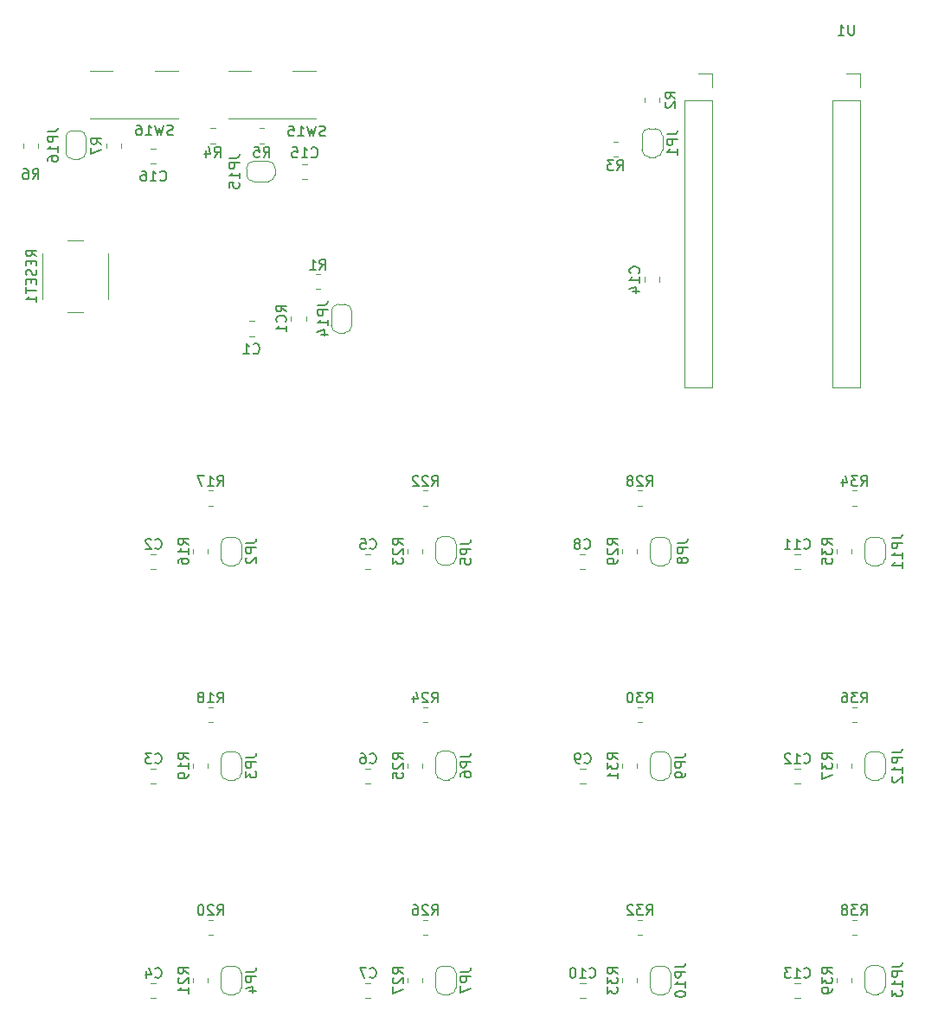
<source format=gbr>
%TF.GenerationSoftware,KiCad,Pcbnew,9.0.1*%
%TF.CreationDate,2025-05-05T15:00:31+02:00*%
%TF.ProjectId,macroboard,6d616372-6f62-46f6-9172-642e6b696361,rev?*%
%TF.SameCoordinates,Original*%
%TF.FileFunction,Legend,Bot*%
%TF.FilePolarity,Positive*%
%FSLAX46Y46*%
G04 Gerber Fmt 4.6, Leading zero omitted, Abs format (unit mm)*
G04 Created by KiCad (PCBNEW 9.0.1) date 2025-05-05 15:00:31*
%MOMM*%
%LPD*%
G01*
G04 APERTURE LIST*
%ADD10C,0.150000*%
%ADD11C,0.120000*%
G04 APERTURE END LIST*
D10*
X69954819Y-56321428D02*
X69478628Y-55988095D01*
X69954819Y-55750000D02*
X68954819Y-55750000D01*
X68954819Y-55750000D02*
X68954819Y-56130952D01*
X68954819Y-56130952D02*
X69002438Y-56226190D01*
X69002438Y-56226190D02*
X69050057Y-56273809D01*
X69050057Y-56273809D02*
X69145295Y-56321428D01*
X69145295Y-56321428D02*
X69288152Y-56321428D01*
X69288152Y-56321428D02*
X69383390Y-56273809D01*
X69383390Y-56273809D02*
X69431009Y-56226190D01*
X69431009Y-56226190D02*
X69478628Y-56130952D01*
X69478628Y-56130952D02*
X69478628Y-55750000D01*
X69431009Y-56750000D02*
X69431009Y-57083333D01*
X69954819Y-57226190D02*
X69954819Y-56750000D01*
X69954819Y-56750000D02*
X68954819Y-56750000D01*
X68954819Y-56750000D02*
X68954819Y-57226190D01*
X69907200Y-57607143D02*
X69954819Y-57750000D01*
X69954819Y-57750000D02*
X69954819Y-57988095D01*
X69954819Y-57988095D02*
X69907200Y-58083333D01*
X69907200Y-58083333D02*
X69859580Y-58130952D01*
X69859580Y-58130952D02*
X69764342Y-58178571D01*
X69764342Y-58178571D02*
X69669104Y-58178571D01*
X69669104Y-58178571D02*
X69573866Y-58130952D01*
X69573866Y-58130952D02*
X69526247Y-58083333D01*
X69526247Y-58083333D02*
X69478628Y-57988095D01*
X69478628Y-57988095D02*
X69431009Y-57797619D01*
X69431009Y-57797619D02*
X69383390Y-57702381D01*
X69383390Y-57702381D02*
X69335771Y-57654762D01*
X69335771Y-57654762D02*
X69240533Y-57607143D01*
X69240533Y-57607143D02*
X69145295Y-57607143D01*
X69145295Y-57607143D02*
X69050057Y-57654762D01*
X69050057Y-57654762D02*
X69002438Y-57702381D01*
X69002438Y-57702381D02*
X68954819Y-57797619D01*
X68954819Y-57797619D02*
X68954819Y-58035714D01*
X68954819Y-58035714D02*
X69002438Y-58178571D01*
X69431009Y-58607143D02*
X69431009Y-58940476D01*
X69954819Y-59083333D02*
X69954819Y-58607143D01*
X69954819Y-58607143D02*
X68954819Y-58607143D01*
X68954819Y-58607143D02*
X68954819Y-59083333D01*
X68954819Y-59369048D02*
X68954819Y-59940476D01*
X69954819Y-59654762D02*
X68954819Y-59654762D01*
X69954819Y-60797619D02*
X69954819Y-60226191D01*
X69954819Y-60511905D02*
X68954819Y-60511905D01*
X68954819Y-60511905D02*
X69097676Y-60416667D01*
X69097676Y-60416667D02*
X69192914Y-60321429D01*
X69192914Y-60321429D02*
X69240533Y-60226191D01*
X153654819Y-83890476D02*
X154369104Y-83890476D01*
X154369104Y-83890476D02*
X154511961Y-83842857D01*
X154511961Y-83842857D02*
X154607200Y-83747619D01*
X154607200Y-83747619D02*
X154654819Y-83604762D01*
X154654819Y-83604762D02*
X154654819Y-83509524D01*
X154654819Y-84366667D02*
X153654819Y-84366667D01*
X153654819Y-84366667D02*
X153654819Y-84747619D01*
X153654819Y-84747619D02*
X153702438Y-84842857D01*
X153702438Y-84842857D02*
X153750057Y-84890476D01*
X153750057Y-84890476D02*
X153845295Y-84938095D01*
X153845295Y-84938095D02*
X153988152Y-84938095D01*
X153988152Y-84938095D02*
X154083390Y-84890476D01*
X154083390Y-84890476D02*
X154131009Y-84842857D01*
X154131009Y-84842857D02*
X154178628Y-84747619D01*
X154178628Y-84747619D02*
X154178628Y-84366667D01*
X154654819Y-85890476D02*
X154654819Y-85319048D01*
X154654819Y-85604762D02*
X153654819Y-85604762D01*
X153654819Y-85604762D02*
X153797676Y-85509524D01*
X153797676Y-85509524D02*
X153892914Y-85414286D01*
X153892914Y-85414286D02*
X153940533Y-85319048D01*
X154654819Y-86842857D02*
X154654819Y-86271429D01*
X154654819Y-86557143D02*
X153654819Y-86557143D01*
X153654819Y-86557143D02*
X153797676Y-86461905D01*
X153797676Y-86461905D02*
X153892914Y-86366667D01*
X153892914Y-86366667D02*
X153940533Y-86271429D01*
X123566666Y-105879580D02*
X123614285Y-105927200D01*
X123614285Y-105927200D02*
X123757142Y-105974819D01*
X123757142Y-105974819D02*
X123852380Y-105974819D01*
X123852380Y-105974819D02*
X123995237Y-105927200D01*
X123995237Y-105927200D02*
X124090475Y-105831961D01*
X124090475Y-105831961D02*
X124138094Y-105736723D01*
X124138094Y-105736723D02*
X124185713Y-105546247D01*
X124185713Y-105546247D02*
X124185713Y-105403390D01*
X124185713Y-105403390D02*
X124138094Y-105212914D01*
X124138094Y-105212914D02*
X124090475Y-105117676D01*
X124090475Y-105117676D02*
X123995237Y-105022438D01*
X123995237Y-105022438D02*
X123852380Y-104974819D01*
X123852380Y-104974819D02*
X123757142Y-104974819D01*
X123757142Y-104974819D02*
X123614285Y-105022438D01*
X123614285Y-105022438D02*
X123566666Y-105070057D01*
X123090475Y-105974819D02*
X122899999Y-105974819D01*
X122899999Y-105974819D02*
X122804761Y-105927200D01*
X122804761Y-105927200D02*
X122757142Y-105879580D01*
X122757142Y-105879580D02*
X122661904Y-105736723D01*
X122661904Y-105736723D02*
X122614285Y-105546247D01*
X122614285Y-105546247D02*
X122614285Y-105165295D01*
X122614285Y-105165295D02*
X122661904Y-105070057D01*
X122661904Y-105070057D02*
X122709523Y-105022438D01*
X122709523Y-105022438D02*
X122804761Y-104974819D01*
X122804761Y-104974819D02*
X122995237Y-104974819D01*
X122995237Y-104974819D02*
X123090475Y-105022438D01*
X123090475Y-105022438D02*
X123138094Y-105070057D01*
X123138094Y-105070057D02*
X123185713Y-105165295D01*
X123185713Y-105165295D02*
X123185713Y-105403390D01*
X123185713Y-105403390D02*
X123138094Y-105498628D01*
X123138094Y-105498628D02*
X123090475Y-105546247D01*
X123090475Y-105546247D02*
X122995237Y-105593866D01*
X122995237Y-105593866D02*
X122804761Y-105593866D01*
X122804761Y-105593866D02*
X122709523Y-105546247D01*
X122709523Y-105546247D02*
X122661904Y-105498628D01*
X122661904Y-105498628D02*
X122614285Y-105403390D01*
X69566666Y-48754819D02*
X69899999Y-48278628D01*
X70138094Y-48754819D02*
X70138094Y-47754819D01*
X70138094Y-47754819D02*
X69757142Y-47754819D01*
X69757142Y-47754819D02*
X69661904Y-47802438D01*
X69661904Y-47802438D02*
X69614285Y-47850057D01*
X69614285Y-47850057D02*
X69566666Y-47945295D01*
X69566666Y-47945295D02*
X69566666Y-48088152D01*
X69566666Y-48088152D02*
X69614285Y-48183390D01*
X69614285Y-48183390D02*
X69661904Y-48231009D01*
X69661904Y-48231009D02*
X69757142Y-48278628D01*
X69757142Y-48278628D02*
X70138094Y-48278628D01*
X68709523Y-47754819D02*
X68899999Y-47754819D01*
X68899999Y-47754819D02*
X68995237Y-47802438D01*
X68995237Y-47802438D02*
X69042856Y-47850057D01*
X69042856Y-47850057D02*
X69138094Y-47992914D01*
X69138094Y-47992914D02*
X69185713Y-48183390D01*
X69185713Y-48183390D02*
X69185713Y-48564342D01*
X69185713Y-48564342D02*
X69138094Y-48659580D01*
X69138094Y-48659580D02*
X69090475Y-48707200D01*
X69090475Y-48707200D02*
X68995237Y-48754819D01*
X68995237Y-48754819D02*
X68804761Y-48754819D01*
X68804761Y-48754819D02*
X68709523Y-48707200D01*
X68709523Y-48707200D02*
X68661904Y-48659580D01*
X68661904Y-48659580D02*
X68614285Y-48564342D01*
X68614285Y-48564342D02*
X68614285Y-48326247D01*
X68614285Y-48326247D02*
X68661904Y-48231009D01*
X68661904Y-48231009D02*
X68709523Y-48183390D01*
X68709523Y-48183390D02*
X68804761Y-48135771D01*
X68804761Y-48135771D02*
X68995237Y-48135771D01*
X68995237Y-48135771D02*
X69090475Y-48183390D01*
X69090475Y-48183390D02*
X69138094Y-48231009D01*
X69138094Y-48231009D02*
X69185713Y-48326247D01*
X97666666Y-57604819D02*
X97999999Y-57128628D01*
X98238094Y-57604819D02*
X98238094Y-56604819D01*
X98238094Y-56604819D02*
X97857142Y-56604819D01*
X97857142Y-56604819D02*
X97761904Y-56652438D01*
X97761904Y-56652438D02*
X97714285Y-56700057D01*
X97714285Y-56700057D02*
X97666666Y-56795295D01*
X97666666Y-56795295D02*
X97666666Y-56938152D01*
X97666666Y-56938152D02*
X97714285Y-57033390D01*
X97714285Y-57033390D02*
X97761904Y-57081009D01*
X97761904Y-57081009D02*
X97857142Y-57128628D01*
X97857142Y-57128628D02*
X98238094Y-57128628D01*
X96714285Y-57604819D02*
X97285713Y-57604819D01*
X96999999Y-57604819D02*
X96999999Y-56604819D01*
X96999999Y-56604819D02*
X97095237Y-56747676D01*
X97095237Y-56747676D02*
X97190475Y-56842914D01*
X97190475Y-56842914D02*
X97285713Y-56890533D01*
X92166666Y-46604819D02*
X92499999Y-46128628D01*
X92738094Y-46604819D02*
X92738094Y-45604819D01*
X92738094Y-45604819D02*
X92357142Y-45604819D01*
X92357142Y-45604819D02*
X92261904Y-45652438D01*
X92261904Y-45652438D02*
X92214285Y-45700057D01*
X92214285Y-45700057D02*
X92166666Y-45795295D01*
X92166666Y-45795295D02*
X92166666Y-45938152D01*
X92166666Y-45938152D02*
X92214285Y-46033390D01*
X92214285Y-46033390D02*
X92261904Y-46081009D01*
X92261904Y-46081009D02*
X92357142Y-46128628D01*
X92357142Y-46128628D02*
X92738094Y-46128628D01*
X91261904Y-45604819D02*
X91738094Y-45604819D01*
X91738094Y-45604819D02*
X91785713Y-46081009D01*
X91785713Y-46081009D02*
X91738094Y-46033390D01*
X91738094Y-46033390D02*
X91642856Y-45985771D01*
X91642856Y-45985771D02*
X91404761Y-45985771D01*
X91404761Y-45985771D02*
X91309523Y-46033390D01*
X91309523Y-46033390D02*
X91261904Y-46081009D01*
X91261904Y-46081009D02*
X91214285Y-46176247D01*
X91214285Y-46176247D02*
X91214285Y-46414342D01*
X91214285Y-46414342D02*
X91261904Y-46509580D01*
X91261904Y-46509580D02*
X91309523Y-46557200D01*
X91309523Y-46557200D02*
X91404761Y-46604819D01*
X91404761Y-46604819D02*
X91642856Y-46604819D01*
X91642856Y-46604819D02*
X91738094Y-46557200D01*
X91738094Y-46557200D02*
X91785713Y-46509580D01*
X111454819Y-126366666D02*
X112169104Y-126366666D01*
X112169104Y-126366666D02*
X112311961Y-126319047D01*
X112311961Y-126319047D02*
X112407200Y-126223809D01*
X112407200Y-126223809D02*
X112454819Y-126080952D01*
X112454819Y-126080952D02*
X112454819Y-125985714D01*
X112454819Y-126842857D02*
X111454819Y-126842857D01*
X111454819Y-126842857D02*
X111454819Y-127223809D01*
X111454819Y-127223809D02*
X111502438Y-127319047D01*
X111502438Y-127319047D02*
X111550057Y-127366666D01*
X111550057Y-127366666D02*
X111645295Y-127414285D01*
X111645295Y-127414285D02*
X111788152Y-127414285D01*
X111788152Y-127414285D02*
X111883390Y-127366666D01*
X111883390Y-127366666D02*
X111931009Y-127319047D01*
X111931009Y-127319047D02*
X111978628Y-127223809D01*
X111978628Y-127223809D02*
X111978628Y-126842857D01*
X111454819Y-127747619D02*
X111454819Y-128414285D01*
X111454819Y-128414285D02*
X112454819Y-127985714D01*
X149961904Y-33654819D02*
X149961904Y-34464342D01*
X149961904Y-34464342D02*
X149914285Y-34559580D01*
X149914285Y-34559580D02*
X149866666Y-34607200D01*
X149866666Y-34607200D02*
X149771428Y-34654819D01*
X149771428Y-34654819D02*
X149580952Y-34654819D01*
X149580952Y-34654819D02*
X149485714Y-34607200D01*
X149485714Y-34607200D02*
X149438095Y-34559580D01*
X149438095Y-34559580D02*
X149390476Y-34464342D01*
X149390476Y-34464342D02*
X149390476Y-33654819D01*
X148390476Y-34654819D02*
X148961904Y-34654819D01*
X148676190Y-34654819D02*
X148676190Y-33654819D01*
X148676190Y-33654819D02*
X148771428Y-33797676D01*
X148771428Y-33797676D02*
X148866666Y-33892914D01*
X148866666Y-33892914D02*
X148961904Y-33940533D01*
X111454819Y-105316666D02*
X112169104Y-105316666D01*
X112169104Y-105316666D02*
X112311961Y-105269047D01*
X112311961Y-105269047D02*
X112407200Y-105173809D01*
X112407200Y-105173809D02*
X112454819Y-105030952D01*
X112454819Y-105030952D02*
X112454819Y-104935714D01*
X112454819Y-105792857D02*
X111454819Y-105792857D01*
X111454819Y-105792857D02*
X111454819Y-106173809D01*
X111454819Y-106173809D02*
X111502438Y-106269047D01*
X111502438Y-106269047D02*
X111550057Y-106316666D01*
X111550057Y-106316666D02*
X111645295Y-106364285D01*
X111645295Y-106364285D02*
X111788152Y-106364285D01*
X111788152Y-106364285D02*
X111883390Y-106316666D01*
X111883390Y-106316666D02*
X111931009Y-106269047D01*
X111931009Y-106269047D02*
X111978628Y-106173809D01*
X111978628Y-106173809D02*
X111978628Y-105792857D01*
X111454819Y-107221428D02*
X111454819Y-107030952D01*
X111454819Y-107030952D02*
X111502438Y-106935714D01*
X111502438Y-106935714D02*
X111550057Y-106888095D01*
X111550057Y-106888095D02*
X111692914Y-106792857D01*
X111692914Y-106792857D02*
X111883390Y-106745238D01*
X111883390Y-106745238D02*
X112264342Y-106745238D01*
X112264342Y-106745238D02*
X112359580Y-106792857D01*
X112359580Y-106792857D02*
X112407200Y-106840476D01*
X112407200Y-106840476D02*
X112454819Y-106935714D01*
X112454819Y-106935714D02*
X112454819Y-107126190D01*
X112454819Y-107126190D02*
X112407200Y-107221428D01*
X112407200Y-107221428D02*
X112359580Y-107269047D01*
X112359580Y-107269047D02*
X112264342Y-107316666D01*
X112264342Y-107316666D02*
X112026247Y-107316666D01*
X112026247Y-107316666D02*
X111931009Y-107269047D01*
X111931009Y-107269047D02*
X111883390Y-107221428D01*
X111883390Y-107221428D02*
X111835771Y-107126190D01*
X111835771Y-107126190D02*
X111835771Y-106935714D01*
X111835771Y-106935714D02*
X111883390Y-106840476D01*
X111883390Y-106840476D02*
X111931009Y-106792857D01*
X111931009Y-106792857D02*
X112026247Y-106745238D01*
X82042857Y-48859580D02*
X82090476Y-48907200D01*
X82090476Y-48907200D02*
X82233333Y-48954819D01*
X82233333Y-48954819D02*
X82328571Y-48954819D01*
X82328571Y-48954819D02*
X82471428Y-48907200D01*
X82471428Y-48907200D02*
X82566666Y-48811961D01*
X82566666Y-48811961D02*
X82614285Y-48716723D01*
X82614285Y-48716723D02*
X82661904Y-48526247D01*
X82661904Y-48526247D02*
X82661904Y-48383390D01*
X82661904Y-48383390D02*
X82614285Y-48192914D01*
X82614285Y-48192914D02*
X82566666Y-48097676D01*
X82566666Y-48097676D02*
X82471428Y-48002438D01*
X82471428Y-48002438D02*
X82328571Y-47954819D01*
X82328571Y-47954819D02*
X82233333Y-47954819D01*
X82233333Y-47954819D02*
X82090476Y-48002438D01*
X82090476Y-48002438D02*
X82042857Y-48050057D01*
X81090476Y-48954819D02*
X81661904Y-48954819D01*
X81376190Y-48954819D02*
X81376190Y-47954819D01*
X81376190Y-47954819D02*
X81471428Y-48097676D01*
X81471428Y-48097676D02*
X81566666Y-48192914D01*
X81566666Y-48192914D02*
X81661904Y-48240533D01*
X80233333Y-47954819D02*
X80423809Y-47954819D01*
X80423809Y-47954819D02*
X80519047Y-48002438D01*
X80519047Y-48002438D02*
X80566666Y-48050057D01*
X80566666Y-48050057D02*
X80661904Y-48192914D01*
X80661904Y-48192914D02*
X80709523Y-48383390D01*
X80709523Y-48383390D02*
X80709523Y-48764342D01*
X80709523Y-48764342D02*
X80661904Y-48859580D01*
X80661904Y-48859580D02*
X80614285Y-48907200D01*
X80614285Y-48907200D02*
X80519047Y-48954819D01*
X80519047Y-48954819D02*
X80328571Y-48954819D01*
X80328571Y-48954819D02*
X80233333Y-48907200D01*
X80233333Y-48907200D02*
X80185714Y-48859580D01*
X80185714Y-48859580D02*
X80138095Y-48764342D01*
X80138095Y-48764342D02*
X80138095Y-48526247D01*
X80138095Y-48526247D02*
X80185714Y-48431009D01*
X80185714Y-48431009D02*
X80233333Y-48383390D01*
X80233333Y-48383390D02*
X80328571Y-48335771D01*
X80328571Y-48335771D02*
X80519047Y-48335771D01*
X80519047Y-48335771D02*
X80614285Y-48383390D01*
X80614285Y-48383390D02*
X80661904Y-48431009D01*
X80661904Y-48431009D02*
X80709523Y-48526247D01*
X108642857Y-120804819D02*
X108976190Y-120328628D01*
X109214285Y-120804819D02*
X109214285Y-119804819D01*
X109214285Y-119804819D02*
X108833333Y-119804819D01*
X108833333Y-119804819D02*
X108738095Y-119852438D01*
X108738095Y-119852438D02*
X108690476Y-119900057D01*
X108690476Y-119900057D02*
X108642857Y-119995295D01*
X108642857Y-119995295D02*
X108642857Y-120138152D01*
X108642857Y-120138152D02*
X108690476Y-120233390D01*
X108690476Y-120233390D02*
X108738095Y-120281009D01*
X108738095Y-120281009D02*
X108833333Y-120328628D01*
X108833333Y-120328628D02*
X109214285Y-120328628D01*
X108261904Y-119900057D02*
X108214285Y-119852438D01*
X108214285Y-119852438D02*
X108119047Y-119804819D01*
X108119047Y-119804819D02*
X107880952Y-119804819D01*
X107880952Y-119804819D02*
X107785714Y-119852438D01*
X107785714Y-119852438D02*
X107738095Y-119900057D01*
X107738095Y-119900057D02*
X107690476Y-119995295D01*
X107690476Y-119995295D02*
X107690476Y-120090533D01*
X107690476Y-120090533D02*
X107738095Y-120233390D01*
X107738095Y-120233390D02*
X108309523Y-120804819D01*
X108309523Y-120804819D02*
X107690476Y-120804819D01*
X106833333Y-119804819D02*
X107023809Y-119804819D01*
X107023809Y-119804819D02*
X107119047Y-119852438D01*
X107119047Y-119852438D02*
X107166666Y-119900057D01*
X107166666Y-119900057D02*
X107261904Y-120042914D01*
X107261904Y-120042914D02*
X107309523Y-120233390D01*
X107309523Y-120233390D02*
X107309523Y-120614342D01*
X107309523Y-120614342D02*
X107261904Y-120709580D01*
X107261904Y-120709580D02*
X107214285Y-120757200D01*
X107214285Y-120757200D02*
X107119047Y-120804819D01*
X107119047Y-120804819D02*
X106928571Y-120804819D01*
X106928571Y-120804819D02*
X106833333Y-120757200D01*
X106833333Y-120757200D02*
X106785714Y-120709580D01*
X106785714Y-120709580D02*
X106738095Y-120614342D01*
X106738095Y-120614342D02*
X106738095Y-120376247D01*
X106738095Y-120376247D02*
X106785714Y-120281009D01*
X106785714Y-120281009D02*
X106833333Y-120233390D01*
X106833333Y-120233390D02*
X106928571Y-120185771D01*
X106928571Y-120185771D02*
X107119047Y-120185771D01*
X107119047Y-120185771D02*
X107214285Y-120233390D01*
X107214285Y-120233390D02*
X107261904Y-120281009D01*
X107261904Y-120281009D02*
X107309523Y-120376247D01*
X126804819Y-105557142D02*
X126328628Y-105223809D01*
X126804819Y-104985714D02*
X125804819Y-104985714D01*
X125804819Y-104985714D02*
X125804819Y-105366666D01*
X125804819Y-105366666D02*
X125852438Y-105461904D01*
X125852438Y-105461904D02*
X125900057Y-105509523D01*
X125900057Y-105509523D02*
X125995295Y-105557142D01*
X125995295Y-105557142D02*
X126138152Y-105557142D01*
X126138152Y-105557142D02*
X126233390Y-105509523D01*
X126233390Y-105509523D02*
X126281009Y-105461904D01*
X126281009Y-105461904D02*
X126328628Y-105366666D01*
X126328628Y-105366666D02*
X126328628Y-104985714D01*
X125804819Y-105890476D02*
X125804819Y-106509523D01*
X125804819Y-106509523D02*
X126185771Y-106176190D01*
X126185771Y-106176190D02*
X126185771Y-106319047D01*
X126185771Y-106319047D02*
X126233390Y-106414285D01*
X126233390Y-106414285D02*
X126281009Y-106461904D01*
X126281009Y-106461904D02*
X126376247Y-106509523D01*
X126376247Y-106509523D02*
X126614342Y-106509523D01*
X126614342Y-106509523D02*
X126709580Y-106461904D01*
X126709580Y-106461904D02*
X126757200Y-106414285D01*
X126757200Y-106414285D02*
X126804819Y-106319047D01*
X126804819Y-106319047D02*
X126804819Y-106033333D01*
X126804819Y-106033333D02*
X126757200Y-105938095D01*
X126757200Y-105938095D02*
X126709580Y-105890476D01*
X126804819Y-107461904D02*
X126804819Y-106890476D01*
X126804819Y-107176190D02*
X125804819Y-107176190D01*
X125804819Y-107176190D02*
X125947676Y-107080952D01*
X125947676Y-107080952D02*
X126042914Y-106985714D01*
X126042914Y-106985714D02*
X126090533Y-106890476D01*
X94404819Y-61733333D02*
X93928628Y-61400000D01*
X94404819Y-61161905D02*
X93404819Y-61161905D01*
X93404819Y-61161905D02*
X93404819Y-61542857D01*
X93404819Y-61542857D02*
X93452438Y-61638095D01*
X93452438Y-61638095D02*
X93500057Y-61685714D01*
X93500057Y-61685714D02*
X93595295Y-61733333D01*
X93595295Y-61733333D02*
X93738152Y-61733333D01*
X93738152Y-61733333D02*
X93833390Y-61685714D01*
X93833390Y-61685714D02*
X93881009Y-61638095D01*
X93881009Y-61638095D02*
X93928628Y-61542857D01*
X93928628Y-61542857D02*
X93928628Y-61161905D01*
X94309580Y-62733333D02*
X94357200Y-62685714D01*
X94357200Y-62685714D02*
X94404819Y-62542857D01*
X94404819Y-62542857D02*
X94404819Y-62447619D01*
X94404819Y-62447619D02*
X94357200Y-62304762D01*
X94357200Y-62304762D02*
X94261961Y-62209524D01*
X94261961Y-62209524D02*
X94166723Y-62161905D01*
X94166723Y-62161905D02*
X93976247Y-62114286D01*
X93976247Y-62114286D02*
X93833390Y-62114286D01*
X93833390Y-62114286D02*
X93642914Y-62161905D01*
X93642914Y-62161905D02*
X93547676Y-62209524D01*
X93547676Y-62209524D02*
X93452438Y-62304762D01*
X93452438Y-62304762D02*
X93404819Y-62447619D01*
X93404819Y-62447619D02*
X93404819Y-62542857D01*
X93404819Y-62542857D02*
X93452438Y-62685714D01*
X93452438Y-62685714D02*
X93500057Y-62733333D01*
X94404819Y-63685714D02*
X94404819Y-63114286D01*
X94404819Y-63400000D02*
X93404819Y-63400000D01*
X93404819Y-63400000D02*
X93547676Y-63304762D01*
X93547676Y-63304762D02*
X93642914Y-63209524D01*
X93642914Y-63209524D02*
X93690533Y-63114286D01*
X105804819Y-105557142D02*
X105328628Y-105223809D01*
X105804819Y-104985714D02*
X104804819Y-104985714D01*
X104804819Y-104985714D02*
X104804819Y-105366666D01*
X104804819Y-105366666D02*
X104852438Y-105461904D01*
X104852438Y-105461904D02*
X104900057Y-105509523D01*
X104900057Y-105509523D02*
X104995295Y-105557142D01*
X104995295Y-105557142D02*
X105138152Y-105557142D01*
X105138152Y-105557142D02*
X105233390Y-105509523D01*
X105233390Y-105509523D02*
X105281009Y-105461904D01*
X105281009Y-105461904D02*
X105328628Y-105366666D01*
X105328628Y-105366666D02*
X105328628Y-104985714D01*
X104900057Y-105938095D02*
X104852438Y-105985714D01*
X104852438Y-105985714D02*
X104804819Y-106080952D01*
X104804819Y-106080952D02*
X104804819Y-106319047D01*
X104804819Y-106319047D02*
X104852438Y-106414285D01*
X104852438Y-106414285D02*
X104900057Y-106461904D01*
X104900057Y-106461904D02*
X104995295Y-106509523D01*
X104995295Y-106509523D02*
X105090533Y-106509523D01*
X105090533Y-106509523D02*
X105233390Y-106461904D01*
X105233390Y-106461904D02*
X105804819Y-105890476D01*
X105804819Y-105890476D02*
X105804819Y-106509523D01*
X104804819Y-107414285D02*
X104804819Y-106938095D01*
X104804819Y-106938095D02*
X105281009Y-106890476D01*
X105281009Y-106890476D02*
X105233390Y-106938095D01*
X105233390Y-106938095D02*
X105185771Y-107033333D01*
X105185771Y-107033333D02*
X105185771Y-107271428D01*
X105185771Y-107271428D02*
X105233390Y-107366666D01*
X105233390Y-107366666D02*
X105281009Y-107414285D01*
X105281009Y-107414285D02*
X105376247Y-107461904D01*
X105376247Y-107461904D02*
X105614342Y-107461904D01*
X105614342Y-107461904D02*
X105709580Y-107414285D01*
X105709580Y-107414285D02*
X105757200Y-107366666D01*
X105757200Y-107366666D02*
X105804819Y-107271428D01*
X105804819Y-107271428D02*
X105804819Y-107033333D01*
X105804819Y-107033333D02*
X105757200Y-106938095D01*
X105757200Y-106938095D02*
X105709580Y-106890476D01*
X129642857Y-120804819D02*
X129976190Y-120328628D01*
X130214285Y-120804819D02*
X130214285Y-119804819D01*
X130214285Y-119804819D02*
X129833333Y-119804819D01*
X129833333Y-119804819D02*
X129738095Y-119852438D01*
X129738095Y-119852438D02*
X129690476Y-119900057D01*
X129690476Y-119900057D02*
X129642857Y-119995295D01*
X129642857Y-119995295D02*
X129642857Y-120138152D01*
X129642857Y-120138152D02*
X129690476Y-120233390D01*
X129690476Y-120233390D02*
X129738095Y-120281009D01*
X129738095Y-120281009D02*
X129833333Y-120328628D01*
X129833333Y-120328628D02*
X130214285Y-120328628D01*
X129309523Y-119804819D02*
X128690476Y-119804819D01*
X128690476Y-119804819D02*
X129023809Y-120185771D01*
X129023809Y-120185771D02*
X128880952Y-120185771D01*
X128880952Y-120185771D02*
X128785714Y-120233390D01*
X128785714Y-120233390D02*
X128738095Y-120281009D01*
X128738095Y-120281009D02*
X128690476Y-120376247D01*
X128690476Y-120376247D02*
X128690476Y-120614342D01*
X128690476Y-120614342D02*
X128738095Y-120709580D01*
X128738095Y-120709580D02*
X128785714Y-120757200D01*
X128785714Y-120757200D02*
X128880952Y-120804819D01*
X128880952Y-120804819D02*
X129166666Y-120804819D01*
X129166666Y-120804819D02*
X129261904Y-120757200D01*
X129261904Y-120757200D02*
X129309523Y-120709580D01*
X128309523Y-119900057D02*
X128261904Y-119852438D01*
X128261904Y-119852438D02*
X128166666Y-119804819D01*
X128166666Y-119804819D02*
X127928571Y-119804819D01*
X127928571Y-119804819D02*
X127833333Y-119852438D01*
X127833333Y-119852438D02*
X127785714Y-119900057D01*
X127785714Y-119900057D02*
X127738095Y-119995295D01*
X127738095Y-119995295D02*
X127738095Y-120090533D01*
X127738095Y-120090533D02*
X127785714Y-120233390D01*
X127785714Y-120233390D02*
X128357142Y-120804819D01*
X128357142Y-120804819D02*
X127738095Y-120804819D01*
X126766666Y-47904819D02*
X127099999Y-47428628D01*
X127338094Y-47904819D02*
X127338094Y-46904819D01*
X127338094Y-46904819D02*
X126957142Y-46904819D01*
X126957142Y-46904819D02*
X126861904Y-46952438D01*
X126861904Y-46952438D02*
X126814285Y-47000057D01*
X126814285Y-47000057D02*
X126766666Y-47095295D01*
X126766666Y-47095295D02*
X126766666Y-47238152D01*
X126766666Y-47238152D02*
X126814285Y-47333390D01*
X126814285Y-47333390D02*
X126861904Y-47381009D01*
X126861904Y-47381009D02*
X126957142Y-47428628D01*
X126957142Y-47428628D02*
X127338094Y-47428628D01*
X126433332Y-46904819D02*
X125814285Y-46904819D01*
X125814285Y-46904819D02*
X126147618Y-47285771D01*
X126147618Y-47285771D02*
X126004761Y-47285771D01*
X126004761Y-47285771D02*
X125909523Y-47333390D01*
X125909523Y-47333390D02*
X125861904Y-47381009D01*
X125861904Y-47381009D02*
X125814285Y-47476247D01*
X125814285Y-47476247D02*
X125814285Y-47714342D01*
X125814285Y-47714342D02*
X125861904Y-47809580D01*
X125861904Y-47809580D02*
X125909523Y-47857200D01*
X125909523Y-47857200D02*
X126004761Y-47904819D01*
X126004761Y-47904819D02*
X126290475Y-47904819D01*
X126290475Y-47904819D02*
X126385713Y-47857200D01*
X126385713Y-47857200D02*
X126433332Y-47809580D01*
X147804819Y-126557142D02*
X147328628Y-126223809D01*
X147804819Y-125985714D02*
X146804819Y-125985714D01*
X146804819Y-125985714D02*
X146804819Y-126366666D01*
X146804819Y-126366666D02*
X146852438Y-126461904D01*
X146852438Y-126461904D02*
X146900057Y-126509523D01*
X146900057Y-126509523D02*
X146995295Y-126557142D01*
X146995295Y-126557142D02*
X147138152Y-126557142D01*
X147138152Y-126557142D02*
X147233390Y-126509523D01*
X147233390Y-126509523D02*
X147281009Y-126461904D01*
X147281009Y-126461904D02*
X147328628Y-126366666D01*
X147328628Y-126366666D02*
X147328628Y-125985714D01*
X146804819Y-126890476D02*
X146804819Y-127509523D01*
X146804819Y-127509523D02*
X147185771Y-127176190D01*
X147185771Y-127176190D02*
X147185771Y-127319047D01*
X147185771Y-127319047D02*
X147233390Y-127414285D01*
X147233390Y-127414285D02*
X147281009Y-127461904D01*
X147281009Y-127461904D02*
X147376247Y-127509523D01*
X147376247Y-127509523D02*
X147614342Y-127509523D01*
X147614342Y-127509523D02*
X147709580Y-127461904D01*
X147709580Y-127461904D02*
X147757200Y-127414285D01*
X147757200Y-127414285D02*
X147804819Y-127319047D01*
X147804819Y-127319047D02*
X147804819Y-127033333D01*
X147804819Y-127033333D02*
X147757200Y-126938095D01*
X147757200Y-126938095D02*
X147709580Y-126890476D01*
X147804819Y-127985714D02*
X147804819Y-128176190D01*
X147804819Y-128176190D02*
X147757200Y-128271428D01*
X147757200Y-128271428D02*
X147709580Y-128319047D01*
X147709580Y-128319047D02*
X147566723Y-128414285D01*
X147566723Y-128414285D02*
X147376247Y-128461904D01*
X147376247Y-128461904D02*
X146995295Y-128461904D01*
X146995295Y-128461904D02*
X146900057Y-128414285D01*
X146900057Y-128414285D02*
X146852438Y-128366666D01*
X146852438Y-128366666D02*
X146804819Y-128271428D01*
X146804819Y-128271428D02*
X146804819Y-128080952D01*
X146804819Y-128080952D02*
X146852438Y-127985714D01*
X146852438Y-127985714D02*
X146900057Y-127938095D01*
X146900057Y-127938095D02*
X146995295Y-127890476D01*
X146995295Y-127890476D02*
X147233390Y-127890476D01*
X147233390Y-127890476D02*
X147328628Y-127938095D01*
X147328628Y-127938095D02*
X147376247Y-127985714D01*
X147376247Y-127985714D02*
X147423866Y-128080952D01*
X147423866Y-128080952D02*
X147423866Y-128271428D01*
X147423866Y-128271428D02*
X147376247Y-128366666D01*
X147376247Y-128366666D02*
X147328628Y-128414285D01*
X147328628Y-128414285D02*
X147233390Y-128461904D01*
X71054819Y-44090476D02*
X71769104Y-44090476D01*
X71769104Y-44090476D02*
X71911961Y-44042857D01*
X71911961Y-44042857D02*
X72007200Y-43947619D01*
X72007200Y-43947619D02*
X72054819Y-43804762D01*
X72054819Y-43804762D02*
X72054819Y-43709524D01*
X72054819Y-44566667D02*
X71054819Y-44566667D01*
X71054819Y-44566667D02*
X71054819Y-44947619D01*
X71054819Y-44947619D02*
X71102438Y-45042857D01*
X71102438Y-45042857D02*
X71150057Y-45090476D01*
X71150057Y-45090476D02*
X71245295Y-45138095D01*
X71245295Y-45138095D02*
X71388152Y-45138095D01*
X71388152Y-45138095D02*
X71483390Y-45090476D01*
X71483390Y-45090476D02*
X71531009Y-45042857D01*
X71531009Y-45042857D02*
X71578628Y-44947619D01*
X71578628Y-44947619D02*
X71578628Y-44566667D01*
X72054819Y-46090476D02*
X72054819Y-45519048D01*
X72054819Y-45804762D02*
X71054819Y-45804762D01*
X71054819Y-45804762D02*
X71197676Y-45709524D01*
X71197676Y-45709524D02*
X71292914Y-45614286D01*
X71292914Y-45614286D02*
X71340533Y-45519048D01*
X71054819Y-46947619D02*
X71054819Y-46757143D01*
X71054819Y-46757143D02*
X71102438Y-46661905D01*
X71102438Y-46661905D02*
X71150057Y-46614286D01*
X71150057Y-46614286D02*
X71292914Y-46519048D01*
X71292914Y-46519048D02*
X71483390Y-46471429D01*
X71483390Y-46471429D02*
X71864342Y-46471429D01*
X71864342Y-46471429D02*
X71959580Y-46519048D01*
X71959580Y-46519048D02*
X72007200Y-46566667D01*
X72007200Y-46566667D02*
X72054819Y-46661905D01*
X72054819Y-46661905D02*
X72054819Y-46852381D01*
X72054819Y-46852381D02*
X72007200Y-46947619D01*
X72007200Y-46947619D02*
X71959580Y-46995238D01*
X71959580Y-46995238D02*
X71864342Y-47042857D01*
X71864342Y-47042857D02*
X71626247Y-47042857D01*
X71626247Y-47042857D02*
X71531009Y-46995238D01*
X71531009Y-46995238D02*
X71483390Y-46947619D01*
X71483390Y-46947619D02*
X71435771Y-46852381D01*
X71435771Y-46852381D02*
X71435771Y-46661905D01*
X71435771Y-46661905D02*
X71483390Y-46566667D01*
X71483390Y-46566667D02*
X71531009Y-46519048D01*
X71531009Y-46519048D02*
X71626247Y-46471429D01*
X126804819Y-126557142D02*
X126328628Y-126223809D01*
X126804819Y-125985714D02*
X125804819Y-125985714D01*
X125804819Y-125985714D02*
X125804819Y-126366666D01*
X125804819Y-126366666D02*
X125852438Y-126461904D01*
X125852438Y-126461904D02*
X125900057Y-126509523D01*
X125900057Y-126509523D02*
X125995295Y-126557142D01*
X125995295Y-126557142D02*
X126138152Y-126557142D01*
X126138152Y-126557142D02*
X126233390Y-126509523D01*
X126233390Y-126509523D02*
X126281009Y-126461904D01*
X126281009Y-126461904D02*
X126328628Y-126366666D01*
X126328628Y-126366666D02*
X126328628Y-125985714D01*
X125804819Y-126890476D02*
X125804819Y-127509523D01*
X125804819Y-127509523D02*
X126185771Y-127176190D01*
X126185771Y-127176190D02*
X126185771Y-127319047D01*
X126185771Y-127319047D02*
X126233390Y-127414285D01*
X126233390Y-127414285D02*
X126281009Y-127461904D01*
X126281009Y-127461904D02*
X126376247Y-127509523D01*
X126376247Y-127509523D02*
X126614342Y-127509523D01*
X126614342Y-127509523D02*
X126709580Y-127461904D01*
X126709580Y-127461904D02*
X126757200Y-127414285D01*
X126757200Y-127414285D02*
X126804819Y-127319047D01*
X126804819Y-127319047D02*
X126804819Y-127033333D01*
X126804819Y-127033333D02*
X126757200Y-126938095D01*
X126757200Y-126938095D02*
X126709580Y-126890476D01*
X125804819Y-127842857D02*
X125804819Y-128461904D01*
X125804819Y-128461904D02*
X126185771Y-128128571D01*
X126185771Y-128128571D02*
X126185771Y-128271428D01*
X126185771Y-128271428D02*
X126233390Y-128366666D01*
X126233390Y-128366666D02*
X126281009Y-128414285D01*
X126281009Y-128414285D02*
X126376247Y-128461904D01*
X126376247Y-128461904D02*
X126614342Y-128461904D01*
X126614342Y-128461904D02*
X126709580Y-128414285D01*
X126709580Y-128414285D02*
X126757200Y-128366666D01*
X126757200Y-128366666D02*
X126804819Y-128271428D01*
X126804819Y-128271428D02*
X126804819Y-127985714D01*
X126804819Y-127985714D02*
X126757200Y-127890476D01*
X126757200Y-127890476D02*
X126709580Y-127842857D01*
X128879580Y-57957142D02*
X128927200Y-57909523D01*
X128927200Y-57909523D02*
X128974819Y-57766666D01*
X128974819Y-57766666D02*
X128974819Y-57671428D01*
X128974819Y-57671428D02*
X128927200Y-57528571D01*
X128927200Y-57528571D02*
X128831961Y-57433333D01*
X128831961Y-57433333D02*
X128736723Y-57385714D01*
X128736723Y-57385714D02*
X128546247Y-57338095D01*
X128546247Y-57338095D02*
X128403390Y-57338095D01*
X128403390Y-57338095D02*
X128212914Y-57385714D01*
X128212914Y-57385714D02*
X128117676Y-57433333D01*
X128117676Y-57433333D02*
X128022438Y-57528571D01*
X128022438Y-57528571D02*
X127974819Y-57671428D01*
X127974819Y-57671428D02*
X127974819Y-57766666D01*
X127974819Y-57766666D02*
X128022438Y-57909523D01*
X128022438Y-57909523D02*
X128070057Y-57957142D01*
X128974819Y-58909523D02*
X128974819Y-58338095D01*
X128974819Y-58623809D02*
X127974819Y-58623809D01*
X127974819Y-58623809D02*
X128117676Y-58528571D01*
X128117676Y-58528571D02*
X128212914Y-58433333D01*
X128212914Y-58433333D02*
X128260533Y-58338095D01*
X128308152Y-59766666D02*
X128974819Y-59766666D01*
X127927200Y-59528571D02*
X128641485Y-59290476D01*
X128641485Y-59290476D02*
X128641485Y-59909523D01*
X147804819Y-84557142D02*
X147328628Y-84223809D01*
X147804819Y-83985714D02*
X146804819Y-83985714D01*
X146804819Y-83985714D02*
X146804819Y-84366666D01*
X146804819Y-84366666D02*
X146852438Y-84461904D01*
X146852438Y-84461904D02*
X146900057Y-84509523D01*
X146900057Y-84509523D02*
X146995295Y-84557142D01*
X146995295Y-84557142D02*
X147138152Y-84557142D01*
X147138152Y-84557142D02*
X147233390Y-84509523D01*
X147233390Y-84509523D02*
X147281009Y-84461904D01*
X147281009Y-84461904D02*
X147328628Y-84366666D01*
X147328628Y-84366666D02*
X147328628Y-83985714D01*
X146804819Y-84890476D02*
X146804819Y-85509523D01*
X146804819Y-85509523D02*
X147185771Y-85176190D01*
X147185771Y-85176190D02*
X147185771Y-85319047D01*
X147185771Y-85319047D02*
X147233390Y-85414285D01*
X147233390Y-85414285D02*
X147281009Y-85461904D01*
X147281009Y-85461904D02*
X147376247Y-85509523D01*
X147376247Y-85509523D02*
X147614342Y-85509523D01*
X147614342Y-85509523D02*
X147709580Y-85461904D01*
X147709580Y-85461904D02*
X147757200Y-85414285D01*
X147757200Y-85414285D02*
X147804819Y-85319047D01*
X147804819Y-85319047D02*
X147804819Y-85033333D01*
X147804819Y-85033333D02*
X147757200Y-84938095D01*
X147757200Y-84938095D02*
X147709580Y-84890476D01*
X146804819Y-86414285D02*
X146804819Y-85938095D01*
X146804819Y-85938095D02*
X147281009Y-85890476D01*
X147281009Y-85890476D02*
X147233390Y-85938095D01*
X147233390Y-85938095D02*
X147185771Y-86033333D01*
X147185771Y-86033333D02*
X147185771Y-86271428D01*
X147185771Y-86271428D02*
X147233390Y-86366666D01*
X147233390Y-86366666D02*
X147281009Y-86414285D01*
X147281009Y-86414285D02*
X147376247Y-86461904D01*
X147376247Y-86461904D02*
X147614342Y-86461904D01*
X147614342Y-86461904D02*
X147709580Y-86414285D01*
X147709580Y-86414285D02*
X147757200Y-86366666D01*
X147757200Y-86366666D02*
X147804819Y-86271428D01*
X147804819Y-86271428D02*
X147804819Y-86033333D01*
X147804819Y-86033333D02*
X147757200Y-85938095D01*
X147757200Y-85938095D02*
X147709580Y-85890476D01*
X96842857Y-46559580D02*
X96890476Y-46607200D01*
X96890476Y-46607200D02*
X97033333Y-46654819D01*
X97033333Y-46654819D02*
X97128571Y-46654819D01*
X97128571Y-46654819D02*
X97271428Y-46607200D01*
X97271428Y-46607200D02*
X97366666Y-46511961D01*
X97366666Y-46511961D02*
X97414285Y-46416723D01*
X97414285Y-46416723D02*
X97461904Y-46226247D01*
X97461904Y-46226247D02*
X97461904Y-46083390D01*
X97461904Y-46083390D02*
X97414285Y-45892914D01*
X97414285Y-45892914D02*
X97366666Y-45797676D01*
X97366666Y-45797676D02*
X97271428Y-45702438D01*
X97271428Y-45702438D02*
X97128571Y-45654819D01*
X97128571Y-45654819D02*
X97033333Y-45654819D01*
X97033333Y-45654819D02*
X96890476Y-45702438D01*
X96890476Y-45702438D02*
X96842857Y-45750057D01*
X95890476Y-46654819D02*
X96461904Y-46654819D01*
X96176190Y-46654819D02*
X96176190Y-45654819D01*
X96176190Y-45654819D02*
X96271428Y-45797676D01*
X96271428Y-45797676D02*
X96366666Y-45892914D01*
X96366666Y-45892914D02*
X96461904Y-45940533D01*
X94985714Y-45654819D02*
X95461904Y-45654819D01*
X95461904Y-45654819D02*
X95509523Y-46131009D01*
X95509523Y-46131009D02*
X95461904Y-46083390D01*
X95461904Y-46083390D02*
X95366666Y-46035771D01*
X95366666Y-46035771D02*
X95128571Y-46035771D01*
X95128571Y-46035771D02*
X95033333Y-46083390D01*
X95033333Y-46083390D02*
X94985714Y-46131009D01*
X94985714Y-46131009D02*
X94938095Y-46226247D01*
X94938095Y-46226247D02*
X94938095Y-46464342D01*
X94938095Y-46464342D02*
X94985714Y-46559580D01*
X94985714Y-46559580D02*
X95033333Y-46607200D01*
X95033333Y-46607200D02*
X95128571Y-46654819D01*
X95128571Y-46654819D02*
X95366666Y-46654819D01*
X95366666Y-46654819D02*
X95461904Y-46607200D01*
X95461904Y-46607200D02*
X95509523Y-46559580D01*
X90454819Y-84366666D02*
X91169104Y-84366666D01*
X91169104Y-84366666D02*
X91311961Y-84319047D01*
X91311961Y-84319047D02*
X91407200Y-84223809D01*
X91407200Y-84223809D02*
X91454819Y-84080952D01*
X91454819Y-84080952D02*
X91454819Y-83985714D01*
X91454819Y-84842857D02*
X90454819Y-84842857D01*
X90454819Y-84842857D02*
X90454819Y-85223809D01*
X90454819Y-85223809D02*
X90502438Y-85319047D01*
X90502438Y-85319047D02*
X90550057Y-85366666D01*
X90550057Y-85366666D02*
X90645295Y-85414285D01*
X90645295Y-85414285D02*
X90788152Y-85414285D01*
X90788152Y-85414285D02*
X90883390Y-85366666D01*
X90883390Y-85366666D02*
X90931009Y-85319047D01*
X90931009Y-85319047D02*
X90978628Y-85223809D01*
X90978628Y-85223809D02*
X90978628Y-84842857D01*
X90550057Y-85795238D02*
X90502438Y-85842857D01*
X90502438Y-85842857D02*
X90454819Y-85938095D01*
X90454819Y-85938095D02*
X90454819Y-86176190D01*
X90454819Y-86176190D02*
X90502438Y-86271428D01*
X90502438Y-86271428D02*
X90550057Y-86319047D01*
X90550057Y-86319047D02*
X90645295Y-86366666D01*
X90645295Y-86366666D02*
X90740533Y-86366666D01*
X90740533Y-86366666D02*
X90883390Y-86319047D01*
X90883390Y-86319047D02*
X91454819Y-85747619D01*
X91454819Y-85747619D02*
X91454819Y-86366666D01*
X81566666Y-126879580D02*
X81614285Y-126927200D01*
X81614285Y-126927200D02*
X81757142Y-126974819D01*
X81757142Y-126974819D02*
X81852380Y-126974819D01*
X81852380Y-126974819D02*
X81995237Y-126927200D01*
X81995237Y-126927200D02*
X82090475Y-126831961D01*
X82090475Y-126831961D02*
X82138094Y-126736723D01*
X82138094Y-126736723D02*
X82185713Y-126546247D01*
X82185713Y-126546247D02*
X82185713Y-126403390D01*
X82185713Y-126403390D02*
X82138094Y-126212914D01*
X82138094Y-126212914D02*
X82090475Y-126117676D01*
X82090475Y-126117676D02*
X81995237Y-126022438D01*
X81995237Y-126022438D02*
X81852380Y-125974819D01*
X81852380Y-125974819D02*
X81757142Y-125974819D01*
X81757142Y-125974819D02*
X81614285Y-126022438D01*
X81614285Y-126022438D02*
X81566666Y-126070057D01*
X80709523Y-126308152D02*
X80709523Y-126974819D01*
X80947618Y-125927200D02*
X81185713Y-126641485D01*
X81185713Y-126641485D02*
X80566666Y-126641485D01*
X76304819Y-45333333D02*
X75828628Y-45000000D01*
X76304819Y-44761905D02*
X75304819Y-44761905D01*
X75304819Y-44761905D02*
X75304819Y-45142857D01*
X75304819Y-45142857D02*
X75352438Y-45238095D01*
X75352438Y-45238095D02*
X75400057Y-45285714D01*
X75400057Y-45285714D02*
X75495295Y-45333333D01*
X75495295Y-45333333D02*
X75638152Y-45333333D01*
X75638152Y-45333333D02*
X75733390Y-45285714D01*
X75733390Y-45285714D02*
X75781009Y-45238095D01*
X75781009Y-45238095D02*
X75828628Y-45142857D01*
X75828628Y-45142857D02*
X75828628Y-44761905D01*
X75304819Y-45666667D02*
X75304819Y-46333333D01*
X75304819Y-46333333D02*
X76304819Y-45904762D01*
X145042857Y-105879580D02*
X145090476Y-105927200D01*
X145090476Y-105927200D02*
X145233333Y-105974819D01*
X145233333Y-105974819D02*
X145328571Y-105974819D01*
X145328571Y-105974819D02*
X145471428Y-105927200D01*
X145471428Y-105927200D02*
X145566666Y-105831961D01*
X145566666Y-105831961D02*
X145614285Y-105736723D01*
X145614285Y-105736723D02*
X145661904Y-105546247D01*
X145661904Y-105546247D02*
X145661904Y-105403390D01*
X145661904Y-105403390D02*
X145614285Y-105212914D01*
X145614285Y-105212914D02*
X145566666Y-105117676D01*
X145566666Y-105117676D02*
X145471428Y-105022438D01*
X145471428Y-105022438D02*
X145328571Y-104974819D01*
X145328571Y-104974819D02*
X145233333Y-104974819D01*
X145233333Y-104974819D02*
X145090476Y-105022438D01*
X145090476Y-105022438D02*
X145042857Y-105070057D01*
X144090476Y-105974819D02*
X144661904Y-105974819D01*
X144376190Y-105974819D02*
X144376190Y-104974819D01*
X144376190Y-104974819D02*
X144471428Y-105117676D01*
X144471428Y-105117676D02*
X144566666Y-105212914D01*
X144566666Y-105212914D02*
X144661904Y-105260533D01*
X143709523Y-105070057D02*
X143661904Y-105022438D01*
X143661904Y-105022438D02*
X143566666Y-104974819D01*
X143566666Y-104974819D02*
X143328571Y-104974819D01*
X143328571Y-104974819D02*
X143233333Y-105022438D01*
X143233333Y-105022438D02*
X143185714Y-105070057D01*
X143185714Y-105070057D02*
X143138095Y-105165295D01*
X143138095Y-105165295D02*
X143138095Y-105260533D01*
X143138095Y-105260533D02*
X143185714Y-105403390D01*
X143185714Y-105403390D02*
X143757142Y-105974819D01*
X143757142Y-105974819D02*
X143138095Y-105974819D01*
X87642857Y-100004819D02*
X87976190Y-99528628D01*
X88214285Y-100004819D02*
X88214285Y-99004819D01*
X88214285Y-99004819D02*
X87833333Y-99004819D01*
X87833333Y-99004819D02*
X87738095Y-99052438D01*
X87738095Y-99052438D02*
X87690476Y-99100057D01*
X87690476Y-99100057D02*
X87642857Y-99195295D01*
X87642857Y-99195295D02*
X87642857Y-99338152D01*
X87642857Y-99338152D02*
X87690476Y-99433390D01*
X87690476Y-99433390D02*
X87738095Y-99481009D01*
X87738095Y-99481009D02*
X87833333Y-99528628D01*
X87833333Y-99528628D02*
X88214285Y-99528628D01*
X86690476Y-100004819D02*
X87261904Y-100004819D01*
X86976190Y-100004819D02*
X86976190Y-99004819D01*
X86976190Y-99004819D02*
X87071428Y-99147676D01*
X87071428Y-99147676D02*
X87166666Y-99242914D01*
X87166666Y-99242914D02*
X87261904Y-99290533D01*
X86119047Y-99433390D02*
X86214285Y-99385771D01*
X86214285Y-99385771D02*
X86261904Y-99338152D01*
X86261904Y-99338152D02*
X86309523Y-99242914D01*
X86309523Y-99242914D02*
X86309523Y-99195295D01*
X86309523Y-99195295D02*
X86261904Y-99100057D01*
X86261904Y-99100057D02*
X86214285Y-99052438D01*
X86214285Y-99052438D02*
X86119047Y-99004819D01*
X86119047Y-99004819D02*
X85928571Y-99004819D01*
X85928571Y-99004819D02*
X85833333Y-99052438D01*
X85833333Y-99052438D02*
X85785714Y-99100057D01*
X85785714Y-99100057D02*
X85738095Y-99195295D01*
X85738095Y-99195295D02*
X85738095Y-99242914D01*
X85738095Y-99242914D02*
X85785714Y-99338152D01*
X85785714Y-99338152D02*
X85833333Y-99385771D01*
X85833333Y-99385771D02*
X85928571Y-99433390D01*
X85928571Y-99433390D02*
X86119047Y-99433390D01*
X86119047Y-99433390D02*
X86214285Y-99481009D01*
X86214285Y-99481009D02*
X86261904Y-99528628D01*
X86261904Y-99528628D02*
X86309523Y-99623866D01*
X86309523Y-99623866D02*
X86309523Y-99814342D01*
X86309523Y-99814342D02*
X86261904Y-99909580D01*
X86261904Y-99909580D02*
X86214285Y-99957200D01*
X86214285Y-99957200D02*
X86119047Y-100004819D01*
X86119047Y-100004819D02*
X85928571Y-100004819D01*
X85928571Y-100004819D02*
X85833333Y-99957200D01*
X85833333Y-99957200D02*
X85785714Y-99909580D01*
X85785714Y-99909580D02*
X85738095Y-99814342D01*
X85738095Y-99814342D02*
X85738095Y-99623866D01*
X85738095Y-99623866D02*
X85785714Y-99528628D01*
X85785714Y-99528628D02*
X85833333Y-99481009D01*
X85833333Y-99481009D02*
X85928571Y-99433390D01*
X153654819Y-104890476D02*
X154369104Y-104890476D01*
X154369104Y-104890476D02*
X154511961Y-104842857D01*
X154511961Y-104842857D02*
X154607200Y-104747619D01*
X154607200Y-104747619D02*
X154654819Y-104604762D01*
X154654819Y-104604762D02*
X154654819Y-104509524D01*
X154654819Y-105366667D02*
X153654819Y-105366667D01*
X153654819Y-105366667D02*
X153654819Y-105747619D01*
X153654819Y-105747619D02*
X153702438Y-105842857D01*
X153702438Y-105842857D02*
X153750057Y-105890476D01*
X153750057Y-105890476D02*
X153845295Y-105938095D01*
X153845295Y-105938095D02*
X153988152Y-105938095D01*
X153988152Y-105938095D02*
X154083390Y-105890476D01*
X154083390Y-105890476D02*
X154131009Y-105842857D01*
X154131009Y-105842857D02*
X154178628Y-105747619D01*
X154178628Y-105747619D02*
X154178628Y-105366667D01*
X154654819Y-106890476D02*
X154654819Y-106319048D01*
X154654819Y-106604762D02*
X153654819Y-106604762D01*
X153654819Y-106604762D02*
X153797676Y-106509524D01*
X153797676Y-106509524D02*
X153892914Y-106414286D01*
X153892914Y-106414286D02*
X153940533Y-106319048D01*
X153750057Y-107271429D02*
X153702438Y-107319048D01*
X153702438Y-107319048D02*
X153654819Y-107414286D01*
X153654819Y-107414286D02*
X153654819Y-107652381D01*
X153654819Y-107652381D02*
X153702438Y-107747619D01*
X153702438Y-107747619D02*
X153750057Y-107795238D01*
X153750057Y-107795238D02*
X153845295Y-107842857D01*
X153845295Y-107842857D02*
X153940533Y-107842857D01*
X153940533Y-107842857D02*
X154083390Y-107795238D01*
X154083390Y-107795238D02*
X154654819Y-107223810D01*
X154654819Y-107223810D02*
X154654819Y-107842857D01*
X150642857Y-78804819D02*
X150976190Y-78328628D01*
X151214285Y-78804819D02*
X151214285Y-77804819D01*
X151214285Y-77804819D02*
X150833333Y-77804819D01*
X150833333Y-77804819D02*
X150738095Y-77852438D01*
X150738095Y-77852438D02*
X150690476Y-77900057D01*
X150690476Y-77900057D02*
X150642857Y-77995295D01*
X150642857Y-77995295D02*
X150642857Y-78138152D01*
X150642857Y-78138152D02*
X150690476Y-78233390D01*
X150690476Y-78233390D02*
X150738095Y-78281009D01*
X150738095Y-78281009D02*
X150833333Y-78328628D01*
X150833333Y-78328628D02*
X151214285Y-78328628D01*
X150309523Y-77804819D02*
X149690476Y-77804819D01*
X149690476Y-77804819D02*
X150023809Y-78185771D01*
X150023809Y-78185771D02*
X149880952Y-78185771D01*
X149880952Y-78185771D02*
X149785714Y-78233390D01*
X149785714Y-78233390D02*
X149738095Y-78281009D01*
X149738095Y-78281009D02*
X149690476Y-78376247D01*
X149690476Y-78376247D02*
X149690476Y-78614342D01*
X149690476Y-78614342D02*
X149738095Y-78709580D01*
X149738095Y-78709580D02*
X149785714Y-78757200D01*
X149785714Y-78757200D02*
X149880952Y-78804819D01*
X149880952Y-78804819D02*
X150166666Y-78804819D01*
X150166666Y-78804819D02*
X150261904Y-78757200D01*
X150261904Y-78757200D02*
X150309523Y-78709580D01*
X148833333Y-78138152D02*
X148833333Y-78804819D01*
X149071428Y-77757200D02*
X149309523Y-78471485D01*
X149309523Y-78471485D02*
X148690476Y-78471485D01*
X105804819Y-126557142D02*
X105328628Y-126223809D01*
X105804819Y-125985714D02*
X104804819Y-125985714D01*
X104804819Y-125985714D02*
X104804819Y-126366666D01*
X104804819Y-126366666D02*
X104852438Y-126461904D01*
X104852438Y-126461904D02*
X104900057Y-126509523D01*
X104900057Y-126509523D02*
X104995295Y-126557142D01*
X104995295Y-126557142D02*
X105138152Y-126557142D01*
X105138152Y-126557142D02*
X105233390Y-126509523D01*
X105233390Y-126509523D02*
X105281009Y-126461904D01*
X105281009Y-126461904D02*
X105328628Y-126366666D01*
X105328628Y-126366666D02*
X105328628Y-125985714D01*
X104900057Y-126938095D02*
X104852438Y-126985714D01*
X104852438Y-126985714D02*
X104804819Y-127080952D01*
X104804819Y-127080952D02*
X104804819Y-127319047D01*
X104804819Y-127319047D02*
X104852438Y-127414285D01*
X104852438Y-127414285D02*
X104900057Y-127461904D01*
X104900057Y-127461904D02*
X104995295Y-127509523D01*
X104995295Y-127509523D02*
X105090533Y-127509523D01*
X105090533Y-127509523D02*
X105233390Y-127461904D01*
X105233390Y-127461904D02*
X105804819Y-126890476D01*
X105804819Y-126890476D02*
X105804819Y-127509523D01*
X104804819Y-127842857D02*
X104804819Y-128509523D01*
X104804819Y-128509523D02*
X105804819Y-128080952D01*
X111454819Y-84466666D02*
X112169104Y-84466666D01*
X112169104Y-84466666D02*
X112311961Y-84419047D01*
X112311961Y-84419047D02*
X112407200Y-84323809D01*
X112407200Y-84323809D02*
X112454819Y-84180952D01*
X112454819Y-84180952D02*
X112454819Y-84085714D01*
X112454819Y-84942857D02*
X111454819Y-84942857D01*
X111454819Y-84942857D02*
X111454819Y-85323809D01*
X111454819Y-85323809D02*
X111502438Y-85419047D01*
X111502438Y-85419047D02*
X111550057Y-85466666D01*
X111550057Y-85466666D02*
X111645295Y-85514285D01*
X111645295Y-85514285D02*
X111788152Y-85514285D01*
X111788152Y-85514285D02*
X111883390Y-85466666D01*
X111883390Y-85466666D02*
X111931009Y-85419047D01*
X111931009Y-85419047D02*
X111978628Y-85323809D01*
X111978628Y-85323809D02*
X111978628Y-84942857D01*
X111454819Y-86419047D02*
X111454819Y-85942857D01*
X111454819Y-85942857D02*
X111931009Y-85895238D01*
X111931009Y-85895238D02*
X111883390Y-85942857D01*
X111883390Y-85942857D02*
X111835771Y-86038095D01*
X111835771Y-86038095D02*
X111835771Y-86276190D01*
X111835771Y-86276190D02*
X111883390Y-86371428D01*
X111883390Y-86371428D02*
X111931009Y-86419047D01*
X111931009Y-86419047D02*
X112026247Y-86466666D01*
X112026247Y-86466666D02*
X112264342Y-86466666D01*
X112264342Y-86466666D02*
X112359580Y-86419047D01*
X112359580Y-86419047D02*
X112407200Y-86371428D01*
X112407200Y-86371428D02*
X112454819Y-86276190D01*
X112454819Y-86276190D02*
X112454819Y-86038095D01*
X112454819Y-86038095D02*
X112407200Y-85942857D01*
X112407200Y-85942857D02*
X112359580Y-85895238D01*
X124042857Y-126879580D02*
X124090476Y-126927200D01*
X124090476Y-126927200D02*
X124233333Y-126974819D01*
X124233333Y-126974819D02*
X124328571Y-126974819D01*
X124328571Y-126974819D02*
X124471428Y-126927200D01*
X124471428Y-126927200D02*
X124566666Y-126831961D01*
X124566666Y-126831961D02*
X124614285Y-126736723D01*
X124614285Y-126736723D02*
X124661904Y-126546247D01*
X124661904Y-126546247D02*
X124661904Y-126403390D01*
X124661904Y-126403390D02*
X124614285Y-126212914D01*
X124614285Y-126212914D02*
X124566666Y-126117676D01*
X124566666Y-126117676D02*
X124471428Y-126022438D01*
X124471428Y-126022438D02*
X124328571Y-125974819D01*
X124328571Y-125974819D02*
X124233333Y-125974819D01*
X124233333Y-125974819D02*
X124090476Y-126022438D01*
X124090476Y-126022438D02*
X124042857Y-126070057D01*
X123090476Y-126974819D02*
X123661904Y-126974819D01*
X123376190Y-126974819D02*
X123376190Y-125974819D01*
X123376190Y-125974819D02*
X123471428Y-126117676D01*
X123471428Y-126117676D02*
X123566666Y-126212914D01*
X123566666Y-126212914D02*
X123661904Y-126260533D01*
X122471428Y-125974819D02*
X122376190Y-125974819D01*
X122376190Y-125974819D02*
X122280952Y-126022438D01*
X122280952Y-126022438D02*
X122233333Y-126070057D01*
X122233333Y-126070057D02*
X122185714Y-126165295D01*
X122185714Y-126165295D02*
X122138095Y-126355771D01*
X122138095Y-126355771D02*
X122138095Y-126593866D01*
X122138095Y-126593866D02*
X122185714Y-126784342D01*
X122185714Y-126784342D02*
X122233333Y-126879580D01*
X122233333Y-126879580D02*
X122280952Y-126927200D01*
X122280952Y-126927200D02*
X122376190Y-126974819D01*
X122376190Y-126974819D02*
X122471428Y-126974819D01*
X122471428Y-126974819D02*
X122566666Y-126927200D01*
X122566666Y-126927200D02*
X122614285Y-126879580D01*
X122614285Y-126879580D02*
X122661904Y-126784342D01*
X122661904Y-126784342D02*
X122709523Y-126593866D01*
X122709523Y-126593866D02*
X122709523Y-126355771D01*
X122709523Y-126355771D02*
X122661904Y-126165295D01*
X122661904Y-126165295D02*
X122614285Y-126070057D01*
X122614285Y-126070057D02*
X122566666Y-126022438D01*
X122566666Y-126022438D02*
X122471428Y-125974819D01*
X126804819Y-84557142D02*
X126328628Y-84223809D01*
X126804819Y-83985714D02*
X125804819Y-83985714D01*
X125804819Y-83985714D02*
X125804819Y-84366666D01*
X125804819Y-84366666D02*
X125852438Y-84461904D01*
X125852438Y-84461904D02*
X125900057Y-84509523D01*
X125900057Y-84509523D02*
X125995295Y-84557142D01*
X125995295Y-84557142D02*
X126138152Y-84557142D01*
X126138152Y-84557142D02*
X126233390Y-84509523D01*
X126233390Y-84509523D02*
X126281009Y-84461904D01*
X126281009Y-84461904D02*
X126328628Y-84366666D01*
X126328628Y-84366666D02*
X126328628Y-83985714D01*
X125900057Y-84938095D02*
X125852438Y-84985714D01*
X125852438Y-84985714D02*
X125804819Y-85080952D01*
X125804819Y-85080952D02*
X125804819Y-85319047D01*
X125804819Y-85319047D02*
X125852438Y-85414285D01*
X125852438Y-85414285D02*
X125900057Y-85461904D01*
X125900057Y-85461904D02*
X125995295Y-85509523D01*
X125995295Y-85509523D02*
X126090533Y-85509523D01*
X126090533Y-85509523D02*
X126233390Y-85461904D01*
X126233390Y-85461904D02*
X126804819Y-84890476D01*
X126804819Y-84890476D02*
X126804819Y-85509523D01*
X126804819Y-85985714D02*
X126804819Y-86176190D01*
X126804819Y-86176190D02*
X126757200Y-86271428D01*
X126757200Y-86271428D02*
X126709580Y-86319047D01*
X126709580Y-86319047D02*
X126566723Y-86414285D01*
X126566723Y-86414285D02*
X126376247Y-86461904D01*
X126376247Y-86461904D02*
X125995295Y-86461904D01*
X125995295Y-86461904D02*
X125900057Y-86414285D01*
X125900057Y-86414285D02*
X125852438Y-86366666D01*
X125852438Y-86366666D02*
X125804819Y-86271428D01*
X125804819Y-86271428D02*
X125804819Y-86080952D01*
X125804819Y-86080952D02*
X125852438Y-85985714D01*
X125852438Y-85985714D02*
X125900057Y-85938095D01*
X125900057Y-85938095D02*
X125995295Y-85890476D01*
X125995295Y-85890476D02*
X126233390Y-85890476D01*
X126233390Y-85890476D02*
X126328628Y-85938095D01*
X126328628Y-85938095D02*
X126376247Y-85985714D01*
X126376247Y-85985714D02*
X126423866Y-86080952D01*
X126423866Y-86080952D02*
X126423866Y-86271428D01*
X126423866Y-86271428D02*
X126376247Y-86366666D01*
X126376247Y-86366666D02*
X126328628Y-86414285D01*
X126328628Y-86414285D02*
X126233390Y-86461904D01*
X153654819Y-125840476D02*
X154369104Y-125840476D01*
X154369104Y-125840476D02*
X154511961Y-125792857D01*
X154511961Y-125792857D02*
X154607200Y-125697619D01*
X154607200Y-125697619D02*
X154654819Y-125554762D01*
X154654819Y-125554762D02*
X154654819Y-125459524D01*
X154654819Y-126316667D02*
X153654819Y-126316667D01*
X153654819Y-126316667D02*
X153654819Y-126697619D01*
X153654819Y-126697619D02*
X153702438Y-126792857D01*
X153702438Y-126792857D02*
X153750057Y-126840476D01*
X153750057Y-126840476D02*
X153845295Y-126888095D01*
X153845295Y-126888095D02*
X153988152Y-126888095D01*
X153988152Y-126888095D02*
X154083390Y-126840476D01*
X154083390Y-126840476D02*
X154131009Y-126792857D01*
X154131009Y-126792857D02*
X154178628Y-126697619D01*
X154178628Y-126697619D02*
X154178628Y-126316667D01*
X154654819Y-127840476D02*
X154654819Y-127269048D01*
X154654819Y-127554762D02*
X153654819Y-127554762D01*
X153654819Y-127554762D02*
X153797676Y-127459524D01*
X153797676Y-127459524D02*
X153892914Y-127364286D01*
X153892914Y-127364286D02*
X153940533Y-127269048D01*
X153654819Y-128173810D02*
X153654819Y-128792857D01*
X153654819Y-128792857D02*
X154035771Y-128459524D01*
X154035771Y-128459524D02*
X154035771Y-128602381D01*
X154035771Y-128602381D02*
X154083390Y-128697619D01*
X154083390Y-128697619D02*
X154131009Y-128745238D01*
X154131009Y-128745238D02*
X154226247Y-128792857D01*
X154226247Y-128792857D02*
X154464342Y-128792857D01*
X154464342Y-128792857D02*
X154559580Y-128745238D01*
X154559580Y-128745238D02*
X154607200Y-128697619D01*
X154607200Y-128697619D02*
X154654819Y-128602381D01*
X154654819Y-128602381D02*
X154654819Y-128316667D01*
X154654819Y-128316667D02*
X154607200Y-128221429D01*
X154607200Y-128221429D02*
X154559580Y-128173810D01*
X88804819Y-46690476D02*
X89519104Y-46690476D01*
X89519104Y-46690476D02*
X89661961Y-46642857D01*
X89661961Y-46642857D02*
X89757200Y-46547619D01*
X89757200Y-46547619D02*
X89804819Y-46404762D01*
X89804819Y-46404762D02*
X89804819Y-46309524D01*
X89804819Y-47166667D02*
X88804819Y-47166667D01*
X88804819Y-47166667D02*
X88804819Y-47547619D01*
X88804819Y-47547619D02*
X88852438Y-47642857D01*
X88852438Y-47642857D02*
X88900057Y-47690476D01*
X88900057Y-47690476D02*
X88995295Y-47738095D01*
X88995295Y-47738095D02*
X89138152Y-47738095D01*
X89138152Y-47738095D02*
X89233390Y-47690476D01*
X89233390Y-47690476D02*
X89281009Y-47642857D01*
X89281009Y-47642857D02*
X89328628Y-47547619D01*
X89328628Y-47547619D02*
X89328628Y-47166667D01*
X89804819Y-48690476D02*
X89804819Y-48119048D01*
X89804819Y-48404762D02*
X88804819Y-48404762D01*
X88804819Y-48404762D02*
X88947676Y-48309524D01*
X88947676Y-48309524D02*
X89042914Y-48214286D01*
X89042914Y-48214286D02*
X89090533Y-48119048D01*
X88804819Y-49595238D02*
X88804819Y-49119048D01*
X88804819Y-49119048D02*
X89281009Y-49071429D01*
X89281009Y-49071429D02*
X89233390Y-49119048D01*
X89233390Y-49119048D02*
X89185771Y-49214286D01*
X89185771Y-49214286D02*
X89185771Y-49452381D01*
X89185771Y-49452381D02*
X89233390Y-49547619D01*
X89233390Y-49547619D02*
X89281009Y-49595238D01*
X89281009Y-49595238D02*
X89376247Y-49642857D01*
X89376247Y-49642857D02*
X89614342Y-49642857D01*
X89614342Y-49642857D02*
X89709580Y-49595238D01*
X89709580Y-49595238D02*
X89757200Y-49547619D01*
X89757200Y-49547619D02*
X89804819Y-49452381D01*
X89804819Y-49452381D02*
X89804819Y-49214286D01*
X89804819Y-49214286D02*
X89757200Y-49119048D01*
X89757200Y-49119048D02*
X89709580Y-49071429D01*
X129642857Y-78804819D02*
X129976190Y-78328628D01*
X130214285Y-78804819D02*
X130214285Y-77804819D01*
X130214285Y-77804819D02*
X129833333Y-77804819D01*
X129833333Y-77804819D02*
X129738095Y-77852438D01*
X129738095Y-77852438D02*
X129690476Y-77900057D01*
X129690476Y-77900057D02*
X129642857Y-77995295D01*
X129642857Y-77995295D02*
X129642857Y-78138152D01*
X129642857Y-78138152D02*
X129690476Y-78233390D01*
X129690476Y-78233390D02*
X129738095Y-78281009D01*
X129738095Y-78281009D02*
X129833333Y-78328628D01*
X129833333Y-78328628D02*
X130214285Y-78328628D01*
X129261904Y-77900057D02*
X129214285Y-77852438D01*
X129214285Y-77852438D02*
X129119047Y-77804819D01*
X129119047Y-77804819D02*
X128880952Y-77804819D01*
X128880952Y-77804819D02*
X128785714Y-77852438D01*
X128785714Y-77852438D02*
X128738095Y-77900057D01*
X128738095Y-77900057D02*
X128690476Y-77995295D01*
X128690476Y-77995295D02*
X128690476Y-78090533D01*
X128690476Y-78090533D02*
X128738095Y-78233390D01*
X128738095Y-78233390D02*
X129309523Y-78804819D01*
X129309523Y-78804819D02*
X128690476Y-78804819D01*
X128119047Y-78233390D02*
X128214285Y-78185771D01*
X128214285Y-78185771D02*
X128261904Y-78138152D01*
X128261904Y-78138152D02*
X128309523Y-78042914D01*
X128309523Y-78042914D02*
X128309523Y-77995295D01*
X128309523Y-77995295D02*
X128261904Y-77900057D01*
X128261904Y-77900057D02*
X128214285Y-77852438D01*
X128214285Y-77852438D02*
X128119047Y-77804819D01*
X128119047Y-77804819D02*
X127928571Y-77804819D01*
X127928571Y-77804819D02*
X127833333Y-77852438D01*
X127833333Y-77852438D02*
X127785714Y-77900057D01*
X127785714Y-77900057D02*
X127738095Y-77995295D01*
X127738095Y-77995295D02*
X127738095Y-78042914D01*
X127738095Y-78042914D02*
X127785714Y-78138152D01*
X127785714Y-78138152D02*
X127833333Y-78185771D01*
X127833333Y-78185771D02*
X127928571Y-78233390D01*
X127928571Y-78233390D02*
X128119047Y-78233390D01*
X128119047Y-78233390D02*
X128214285Y-78281009D01*
X128214285Y-78281009D02*
X128261904Y-78328628D01*
X128261904Y-78328628D02*
X128309523Y-78423866D01*
X128309523Y-78423866D02*
X128309523Y-78614342D01*
X128309523Y-78614342D02*
X128261904Y-78709580D01*
X128261904Y-78709580D02*
X128214285Y-78757200D01*
X128214285Y-78757200D02*
X128119047Y-78804819D01*
X128119047Y-78804819D02*
X127928571Y-78804819D01*
X127928571Y-78804819D02*
X127833333Y-78757200D01*
X127833333Y-78757200D02*
X127785714Y-78709580D01*
X127785714Y-78709580D02*
X127738095Y-78614342D01*
X127738095Y-78614342D02*
X127738095Y-78423866D01*
X127738095Y-78423866D02*
X127785714Y-78328628D01*
X127785714Y-78328628D02*
X127833333Y-78281009D01*
X127833333Y-78281009D02*
X127928571Y-78233390D01*
X87366666Y-46604819D02*
X87699999Y-46128628D01*
X87938094Y-46604819D02*
X87938094Y-45604819D01*
X87938094Y-45604819D02*
X87557142Y-45604819D01*
X87557142Y-45604819D02*
X87461904Y-45652438D01*
X87461904Y-45652438D02*
X87414285Y-45700057D01*
X87414285Y-45700057D02*
X87366666Y-45795295D01*
X87366666Y-45795295D02*
X87366666Y-45938152D01*
X87366666Y-45938152D02*
X87414285Y-46033390D01*
X87414285Y-46033390D02*
X87461904Y-46081009D01*
X87461904Y-46081009D02*
X87557142Y-46128628D01*
X87557142Y-46128628D02*
X87938094Y-46128628D01*
X86509523Y-45938152D02*
X86509523Y-46604819D01*
X86747618Y-45557200D02*
X86985713Y-46271485D01*
X86985713Y-46271485D02*
X86366666Y-46271485D01*
X129642857Y-100004819D02*
X129976190Y-99528628D01*
X130214285Y-100004819D02*
X130214285Y-99004819D01*
X130214285Y-99004819D02*
X129833333Y-99004819D01*
X129833333Y-99004819D02*
X129738095Y-99052438D01*
X129738095Y-99052438D02*
X129690476Y-99100057D01*
X129690476Y-99100057D02*
X129642857Y-99195295D01*
X129642857Y-99195295D02*
X129642857Y-99338152D01*
X129642857Y-99338152D02*
X129690476Y-99433390D01*
X129690476Y-99433390D02*
X129738095Y-99481009D01*
X129738095Y-99481009D02*
X129833333Y-99528628D01*
X129833333Y-99528628D02*
X130214285Y-99528628D01*
X129309523Y-99004819D02*
X128690476Y-99004819D01*
X128690476Y-99004819D02*
X129023809Y-99385771D01*
X129023809Y-99385771D02*
X128880952Y-99385771D01*
X128880952Y-99385771D02*
X128785714Y-99433390D01*
X128785714Y-99433390D02*
X128738095Y-99481009D01*
X128738095Y-99481009D02*
X128690476Y-99576247D01*
X128690476Y-99576247D02*
X128690476Y-99814342D01*
X128690476Y-99814342D02*
X128738095Y-99909580D01*
X128738095Y-99909580D02*
X128785714Y-99957200D01*
X128785714Y-99957200D02*
X128880952Y-100004819D01*
X128880952Y-100004819D02*
X129166666Y-100004819D01*
X129166666Y-100004819D02*
X129261904Y-99957200D01*
X129261904Y-99957200D02*
X129309523Y-99909580D01*
X128071428Y-99004819D02*
X127976190Y-99004819D01*
X127976190Y-99004819D02*
X127880952Y-99052438D01*
X127880952Y-99052438D02*
X127833333Y-99100057D01*
X127833333Y-99100057D02*
X127785714Y-99195295D01*
X127785714Y-99195295D02*
X127738095Y-99385771D01*
X127738095Y-99385771D02*
X127738095Y-99623866D01*
X127738095Y-99623866D02*
X127785714Y-99814342D01*
X127785714Y-99814342D02*
X127833333Y-99909580D01*
X127833333Y-99909580D02*
X127880952Y-99957200D01*
X127880952Y-99957200D02*
X127976190Y-100004819D01*
X127976190Y-100004819D02*
X128071428Y-100004819D01*
X128071428Y-100004819D02*
X128166666Y-99957200D01*
X128166666Y-99957200D02*
X128214285Y-99909580D01*
X128214285Y-99909580D02*
X128261904Y-99814342D01*
X128261904Y-99814342D02*
X128309523Y-99623866D01*
X128309523Y-99623866D02*
X128309523Y-99385771D01*
X128309523Y-99385771D02*
X128261904Y-99195295D01*
X128261904Y-99195295D02*
X128214285Y-99100057D01*
X128214285Y-99100057D02*
X128166666Y-99052438D01*
X128166666Y-99052438D02*
X128071428Y-99004819D01*
X83309523Y-44407200D02*
X83166666Y-44454819D01*
X83166666Y-44454819D02*
X82928571Y-44454819D01*
X82928571Y-44454819D02*
X82833333Y-44407200D01*
X82833333Y-44407200D02*
X82785714Y-44359580D01*
X82785714Y-44359580D02*
X82738095Y-44264342D01*
X82738095Y-44264342D02*
X82738095Y-44169104D01*
X82738095Y-44169104D02*
X82785714Y-44073866D01*
X82785714Y-44073866D02*
X82833333Y-44026247D01*
X82833333Y-44026247D02*
X82928571Y-43978628D01*
X82928571Y-43978628D02*
X83119047Y-43931009D01*
X83119047Y-43931009D02*
X83214285Y-43883390D01*
X83214285Y-43883390D02*
X83261904Y-43835771D01*
X83261904Y-43835771D02*
X83309523Y-43740533D01*
X83309523Y-43740533D02*
X83309523Y-43645295D01*
X83309523Y-43645295D02*
X83261904Y-43550057D01*
X83261904Y-43550057D02*
X83214285Y-43502438D01*
X83214285Y-43502438D02*
X83119047Y-43454819D01*
X83119047Y-43454819D02*
X82880952Y-43454819D01*
X82880952Y-43454819D02*
X82738095Y-43502438D01*
X82404761Y-43454819D02*
X82166666Y-44454819D01*
X82166666Y-44454819D02*
X81976190Y-43740533D01*
X81976190Y-43740533D02*
X81785714Y-44454819D01*
X81785714Y-44454819D02*
X81547619Y-43454819D01*
X80642857Y-44454819D02*
X81214285Y-44454819D01*
X80928571Y-44454819D02*
X80928571Y-43454819D01*
X80928571Y-43454819D02*
X81023809Y-43597676D01*
X81023809Y-43597676D02*
X81119047Y-43692914D01*
X81119047Y-43692914D02*
X81214285Y-43740533D01*
X79785714Y-43454819D02*
X79976190Y-43454819D01*
X79976190Y-43454819D02*
X80071428Y-43502438D01*
X80071428Y-43502438D02*
X80119047Y-43550057D01*
X80119047Y-43550057D02*
X80214285Y-43692914D01*
X80214285Y-43692914D02*
X80261904Y-43883390D01*
X80261904Y-43883390D02*
X80261904Y-44264342D01*
X80261904Y-44264342D02*
X80214285Y-44359580D01*
X80214285Y-44359580D02*
X80166666Y-44407200D01*
X80166666Y-44407200D02*
X80071428Y-44454819D01*
X80071428Y-44454819D02*
X79880952Y-44454819D01*
X79880952Y-44454819D02*
X79785714Y-44407200D01*
X79785714Y-44407200D02*
X79738095Y-44359580D01*
X79738095Y-44359580D02*
X79690476Y-44264342D01*
X79690476Y-44264342D02*
X79690476Y-44026247D01*
X79690476Y-44026247D02*
X79738095Y-43931009D01*
X79738095Y-43931009D02*
X79785714Y-43883390D01*
X79785714Y-43883390D02*
X79880952Y-43835771D01*
X79880952Y-43835771D02*
X80071428Y-43835771D01*
X80071428Y-43835771D02*
X80166666Y-43883390D01*
X80166666Y-43883390D02*
X80214285Y-43931009D01*
X80214285Y-43931009D02*
X80261904Y-44026247D01*
X98209523Y-44507200D02*
X98066666Y-44554819D01*
X98066666Y-44554819D02*
X97828571Y-44554819D01*
X97828571Y-44554819D02*
X97733333Y-44507200D01*
X97733333Y-44507200D02*
X97685714Y-44459580D01*
X97685714Y-44459580D02*
X97638095Y-44364342D01*
X97638095Y-44364342D02*
X97638095Y-44269104D01*
X97638095Y-44269104D02*
X97685714Y-44173866D01*
X97685714Y-44173866D02*
X97733333Y-44126247D01*
X97733333Y-44126247D02*
X97828571Y-44078628D01*
X97828571Y-44078628D02*
X98019047Y-44031009D01*
X98019047Y-44031009D02*
X98114285Y-43983390D01*
X98114285Y-43983390D02*
X98161904Y-43935771D01*
X98161904Y-43935771D02*
X98209523Y-43840533D01*
X98209523Y-43840533D02*
X98209523Y-43745295D01*
X98209523Y-43745295D02*
X98161904Y-43650057D01*
X98161904Y-43650057D02*
X98114285Y-43602438D01*
X98114285Y-43602438D02*
X98019047Y-43554819D01*
X98019047Y-43554819D02*
X97780952Y-43554819D01*
X97780952Y-43554819D02*
X97638095Y-43602438D01*
X97304761Y-43554819D02*
X97066666Y-44554819D01*
X97066666Y-44554819D02*
X96876190Y-43840533D01*
X96876190Y-43840533D02*
X96685714Y-44554819D01*
X96685714Y-44554819D02*
X96447619Y-43554819D01*
X95542857Y-44554819D02*
X96114285Y-44554819D01*
X95828571Y-44554819D02*
X95828571Y-43554819D01*
X95828571Y-43554819D02*
X95923809Y-43697676D01*
X95923809Y-43697676D02*
X96019047Y-43792914D01*
X96019047Y-43792914D02*
X96114285Y-43840533D01*
X94638095Y-43554819D02*
X95114285Y-43554819D01*
X95114285Y-43554819D02*
X95161904Y-44031009D01*
X95161904Y-44031009D02*
X95114285Y-43983390D01*
X95114285Y-43983390D02*
X95019047Y-43935771D01*
X95019047Y-43935771D02*
X94780952Y-43935771D01*
X94780952Y-43935771D02*
X94685714Y-43983390D01*
X94685714Y-43983390D02*
X94638095Y-44031009D01*
X94638095Y-44031009D02*
X94590476Y-44126247D01*
X94590476Y-44126247D02*
X94590476Y-44364342D01*
X94590476Y-44364342D02*
X94638095Y-44459580D01*
X94638095Y-44459580D02*
X94685714Y-44507200D01*
X94685714Y-44507200D02*
X94780952Y-44554819D01*
X94780952Y-44554819D02*
X95019047Y-44554819D01*
X95019047Y-44554819D02*
X95114285Y-44507200D01*
X95114285Y-44507200D02*
X95161904Y-44459580D01*
X147804819Y-105557142D02*
X147328628Y-105223809D01*
X147804819Y-104985714D02*
X146804819Y-104985714D01*
X146804819Y-104985714D02*
X146804819Y-105366666D01*
X146804819Y-105366666D02*
X146852438Y-105461904D01*
X146852438Y-105461904D02*
X146900057Y-105509523D01*
X146900057Y-105509523D02*
X146995295Y-105557142D01*
X146995295Y-105557142D02*
X147138152Y-105557142D01*
X147138152Y-105557142D02*
X147233390Y-105509523D01*
X147233390Y-105509523D02*
X147281009Y-105461904D01*
X147281009Y-105461904D02*
X147328628Y-105366666D01*
X147328628Y-105366666D02*
X147328628Y-104985714D01*
X146804819Y-105890476D02*
X146804819Y-106509523D01*
X146804819Y-106509523D02*
X147185771Y-106176190D01*
X147185771Y-106176190D02*
X147185771Y-106319047D01*
X147185771Y-106319047D02*
X147233390Y-106414285D01*
X147233390Y-106414285D02*
X147281009Y-106461904D01*
X147281009Y-106461904D02*
X147376247Y-106509523D01*
X147376247Y-106509523D02*
X147614342Y-106509523D01*
X147614342Y-106509523D02*
X147709580Y-106461904D01*
X147709580Y-106461904D02*
X147757200Y-106414285D01*
X147757200Y-106414285D02*
X147804819Y-106319047D01*
X147804819Y-106319047D02*
X147804819Y-106033333D01*
X147804819Y-106033333D02*
X147757200Y-105938095D01*
X147757200Y-105938095D02*
X147709580Y-105890476D01*
X146804819Y-106842857D02*
X146804819Y-107509523D01*
X146804819Y-107509523D02*
X147804819Y-107080952D01*
X150642857Y-120804819D02*
X150976190Y-120328628D01*
X151214285Y-120804819D02*
X151214285Y-119804819D01*
X151214285Y-119804819D02*
X150833333Y-119804819D01*
X150833333Y-119804819D02*
X150738095Y-119852438D01*
X150738095Y-119852438D02*
X150690476Y-119900057D01*
X150690476Y-119900057D02*
X150642857Y-119995295D01*
X150642857Y-119995295D02*
X150642857Y-120138152D01*
X150642857Y-120138152D02*
X150690476Y-120233390D01*
X150690476Y-120233390D02*
X150738095Y-120281009D01*
X150738095Y-120281009D02*
X150833333Y-120328628D01*
X150833333Y-120328628D02*
X151214285Y-120328628D01*
X150309523Y-119804819D02*
X149690476Y-119804819D01*
X149690476Y-119804819D02*
X150023809Y-120185771D01*
X150023809Y-120185771D02*
X149880952Y-120185771D01*
X149880952Y-120185771D02*
X149785714Y-120233390D01*
X149785714Y-120233390D02*
X149738095Y-120281009D01*
X149738095Y-120281009D02*
X149690476Y-120376247D01*
X149690476Y-120376247D02*
X149690476Y-120614342D01*
X149690476Y-120614342D02*
X149738095Y-120709580D01*
X149738095Y-120709580D02*
X149785714Y-120757200D01*
X149785714Y-120757200D02*
X149880952Y-120804819D01*
X149880952Y-120804819D02*
X150166666Y-120804819D01*
X150166666Y-120804819D02*
X150261904Y-120757200D01*
X150261904Y-120757200D02*
X150309523Y-120709580D01*
X149119047Y-120233390D02*
X149214285Y-120185771D01*
X149214285Y-120185771D02*
X149261904Y-120138152D01*
X149261904Y-120138152D02*
X149309523Y-120042914D01*
X149309523Y-120042914D02*
X149309523Y-119995295D01*
X149309523Y-119995295D02*
X149261904Y-119900057D01*
X149261904Y-119900057D02*
X149214285Y-119852438D01*
X149214285Y-119852438D02*
X149119047Y-119804819D01*
X149119047Y-119804819D02*
X148928571Y-119804819D01*
X148928571Y-119804819D02*
X148833333Y-119852438D01*
X148833333Y-119852438D02*
X148785714Y-119900057D01*
X148785714Y-119900057D02*
X148738095Y-119995295D01*
X148738095Y-119995295D02*
X148738095Y-120042914D01*
X148738095Y-120042914D02*
X148785714Y-120138152D01*
X148785714Y-120138152D02*
X148833333Y-120185771D01*
X148833333Y-120185771D02*
X148928571Y-120233390D01*
X148928571Y-120233390D02*
X149119047Y-120233390D01*
X149119047Y-120233390D02*
X149214285Y-120281009D01*
X149214285Y-120281009D02*
X149261904Y-120328628D01*
X149261904Y-120328628D02*
X149309523Y-120423866D01*
X149309523Y-120423866D02*
X149309523Y-120614342D01*
X149309523Y-120614342D02*
X149261904Y-120709580D01*
X149261904Y-120709580D02*
X149214285Y-120757200D01*
X149214285Y-120757200D02*
X149119047Y-120804819D01*
X149119047Y-120804819D02*
X148928571Y-120804819D01*
X148928571Y-120804819D02*
X148833333Y-120757200D01*
X148833333Y-120757200D02*
X148785714Y-120709580D01*
X148785714Y-120709580D02*
X148738095Y-120614342D01*
X148738095Y-120614342D02*
X148738095Y-120423866D01*
X148738095Y-120423866D02*
X148785714Y-120328628D01*
X148785714Y-120328628D02*
X148833333Y-120281009D01*
X148833333Y-120281009D02*
X148928571Y-120233390D01*
X123529166Y-84879580D02*
X123576785Y-84927200D01*
X123576785Y-84927200D02*
X123719642Y-84974819D01*
X123719642Y-84974819D02*
X123814880Y-84974819D01*
X123814880Y-84974819D02*
X123957737Y-84927200D01*
X123957737Y-84927200D02*
X124052975Y-84831961D01*
X124052975Y-84831961D02*
X124100594Y-84736723D01*
X124100594Y-84736723D02*
X124148213Y-84546247D01*
X124148213Y-84546247D02*
X124148213Y-84403390D01*
X124148213Y-84403390D02*
X124100594Y-84212914D01*
X124100594Y-84212914D02*
X124052975Y-84117676D01*
X124052975Y-84117676D02*
X123957737Y-84022438D01*
X123957737Y-84022438D02*
X123814880Y-83974819D01*
X123814880Y-83974819D02*
X123719642Y-83974819D01*
X123719642Y-83974819D02*
X123576785Y-84022438D01*
X123576785Y-84022438D02*
X123529166Y-84070057D01*
X122957737Y-84403390D02*
X123052975Y-84355771D01*
X123052975Y-84355771D02*
X123100594Y-84308152D01*
X123100594Y-84308152D02*
X123148213Y-84212914D01*
X123148213Y-84212914D02*
X123148213Y-84165295D01*
X123148213Y-84165295D02*
X123100594Y-84070057D01*
X123100594Y-84070057D02*
X123052975Y-84022438D01*
X123052975Y-84022438D02*
X122957737Y-83974819D01*
X122957737Y-83974819D02*
X122767261Y-83974819D01*
X122767261Y-83974819D02*
X122672023Y-84022438D01*
X122672023Y-84022438D02*
X122624404Y-84070057D01*
X122624404Y-84070057D02*
X122576785Y-84165295D01*
X122576785Y-84165295D02*
X122576785Y-84212914D01*
X122576785Y-84212914D02*
X122624404Y-84308152D01*
X122624404Y-84308152D02*
X122672023Y-84355771D01*
X122672023Y-84355771D02*
X122767261Y-84403390D01*
X122767261Y-84403390D02*
X122957737Y-84403390D01*
X122957737Y-84403390D02*
X123052975Y-84451009D01*
X123052975Y-84451009D02*
X123100594Y-84498628D01*
X123100594Y-84498628D02*
X123148213Y-84593866D01*
X123148213Y-84593866D02*
X123148213Y-84784342D01*
X123148213Y-84784342D02*
X123100594Y-84879580D01*
X123100594Y-84879580D02*
X123052975Y-84927200D01*
X123052975Y-84927200D02*
X122957737Y-84974819D01*
X122957737Y-84974819D02*
X122767261Y-84974819D01*
X122767261Y-84974819D02*
X122672023Y-84927200D01*
X122672023Y-84927200D02*
X122624404Y-84879580D01*
X122624404Y-84879580D02*
X122576785Y-84784342D01*
X122576785Y-84784342D02*
X122576785Y-84593866D01*
X122576785Y-84593866D02*
X122624404Y-84498628D01*
X122624404Y-84498628D02*
X122672023Y-84451009D01*
X122672023Y-84451009D02*
X122767261Y-84403390D01*
X90454819Y-126366666D02*
X91169104Y-126366666D01*
X91169104Y-126366666D02*
X91311961Y-126319047D01*
X91311961Y-126319047D02*
X91407200Y-126223809D01*
X91407200Y-126223809D02*
X91454819Y-126080952D01*
X91454819Y-126080952D02*
X91454819Y-125985714D01*
X91454819Y-126842857D02*
X90454819Y-126842857D01*
X90454819Y-126842857D02*
X90454819Y-127223809D01*
X90454819Y-127223809D02*
X90502438Y-127319047D01*
X90502438Y-127319047D02*
X90550057Y-127366666D01*
X90550057Y-127366666D02*
X90645295Y-127414285D01*
X90645295Y-127414285D02*
X90788152Y-127414285D01*
X90788152Y-127414285D02*
X90883390Y-127366666D01*
X90883390Y-127366666D02*
X90931009Y-127319047D01*
X90931009Y-127319047D02*
X90978628Y-127223809D01*
X90978628Y-127223809D02*
X90978628Y-126842857D01*
X90788152Y-128271428D02*
X91454819Y-128271428D01*
X90407200Y-128033333D02*
X91121485Y-127795238D01*
X91121485Y-127795238D02*
X91121485Y-128414285D01*
X84804819Y-105557142D02*
X84328628Y-105223809D01*
X84804819Y-104985714D02*
X83804819Y-104985714D01*
X83804819Y-104985714D02*
X83804819Y-105366666D01*
X83804819Y-105366666D02*
X83852438Y-105461904D01*
X83852438Y-105461904D02*
X83900057Y-105509523D01*
X83900057Y-105509523D02*
X83995295Y-105557142D01*
X83995295Y-105557142D02*
X84138152Y-105557142D01*
X84138152Y-105557142D02*
X84233390Y-105509523D01*
X84233390Y-105509523D02*
X84281009Y-105461904D01*
X84281009Y-105461904D02*
X84328628Y-105366666D01*
X84328628Y-105366666D02*
X84328628Y-104985714D01*
X84804819Y-106509523D02*
X84804819Y-105938095D01*
X84804819Y-106223809D02*
X83804819Y-106223809D01*
X83804819Y-106223809D02*
X83947676Y-106128571D01*
X83947676Y-106128571D02*
X84042914Y-106033333D01*
X84042914Y-106033333D02*
X84090533Y-105938095D01*
X84804819Y-106985714D02*
X84804819Y-107176190D01*
X84804819Y-107176190D02*
X84757200Y-107271428D01*
X84757200Y-107271428D02*
X84709580Y-107319047D01*
X84709580Y-107319047D02*
X84566723Y-107414285D01*
X84566723Y-107414285D02*
X84376247Y-107461904D01*
X84376247Y-107461904D02*
X83995295Y-107461904D01*
X83995295Y-107461904D02*
X83900057Y-107414285D01*
X83900057Y-107414285D02*
X83852438Y-107366666D01*
X83852438Y-107366666D02*
X83804819Y-107271428D01*
X83804819Y-107271428D02*
X83804819Y-107080952D01*
X83804819Y-107080952D02*
X83852438Y-106985714D01*
X83852438Y-106985714D02*
X83900057Y-106938095D01*
X83900057Y-106938095D02*
X83995295Y-106890476D01*
X83995295Y-106890476D02*
X84233390Y-106890476D01*
X84233390Y-106890476D02*
X84328628Y-106938095D01*
X84328628Y-106938095D02*
X84376247Y-106985714D01*
X84376247Y-106985714D02*
X84423866Y-107080952D01*
X84423866Y-107080952D02*
X84423866Y-107271428D01*
X84423866Y-107271428D02*
X84376247Y-107366666D01*
X84376247Y-107366666D02*
X84328628Y-107414285D01*
X84328628Y-107414285D02*
X84233390Y-107461904D01*
X87642857Y-78804819D02*
X87976190Y-78328628D01*
X88214285Y-78804819D02*
X88214285Y-77804819D01*
X88214285Y-77804819D02*
X87833333Y-77804819D01*
X87833333Y-77804819D02*
X87738095Y-77852438D01*
X87738095Y-77852438D02*
X87690476Y-77900057D01*
X87690476Y-77900057D02*
X87642857Y-77995295D01*
X87642857Y-77995295D02*
X87642857Y-78138152D01*
X87642857Y-78138152D02*
X87690476Y-78233390D01*
X87690476Y-78233390D02*
X87738095Y-78281009D01*
X87738095Y-78281009D02*
X87833333Y-78328628D01*
X87833333Y-78328628D02*
X88214285Y-78328628D01*
X86690476Y-78804819D02*
X87261904Y-78804819D01*
X86976190Y-78804819D02*
X86976190Y-77804819D01*
X86976190Y-77804819D02*
X87071428Y-77947676D01*
X87071428Y-77947676D02*
X87166666Y-78042914D01*
X87166666Y-78042914D02*
X87261904Y-78090533D01*
X86357142Y-77804819D02*
X85690476Y-77804819D01*
X85690476Y-77804819D02*
X86119047Y-78804819D01*
X131654819Y-44366666D02*
X132369104Y-44366666D01*
X132369104Y-44366666D02*
X132511961Y-44319047D01*
X132511961Y-44319047D02*
X132607200Y-44223809D01*
X132607200Y-44223809D02*
X132654819Y-44080952D01*
X132654819Y-44080952D02*
X132654819Y-43985714D01*
X132654819Y-44842857D02*
X131654819Y-44842857D01*
X131654819Y-44842857D02*
X131654819Y-45223809D01*
X131654819Y-45223809D02*
X131702438Y-45319047D01*
X131702438Y-45319047D02*
X131750057Y-45366666D01*
X131750057Y-45366666D02*
X131845295Y-45414285D01*
X131845295Y-45414285D02*
X131988152Y-45414285D01*
X131988152Y-45414285D02*
X132083390Y-45366666D01*
X132083390Y-45366666D02*
X132131009Y-45319047D01*
X132131009Y-45319047D02*
X132178628Y-45223809D01*
X132178628Y-45223809D02*
X132178628Y-44842857D01*
X132654819Y-46366666D02*
X132654819Y-45795238D01*
X132654819Y-46080952D02*
X131654819Y-46080952D01*
X131654819Y-46080952D02*
X131797676Y-45985714D01*
X131797676Y-45985714D02*
X131892914Y-45890476D01*
X131892914Y-45890476D02*
X131940533Y-45795238D01*
X108642857Y-78804819D02*
X108976190Y-78328628D01*
X109214285Y-78804819D02*
X109214285Y-77804819D01*
X109214285Y-77804819D02*
X108833333Y-77804819D01*
X108833333Y-77804819D02*
X108738095Y-77852438D01*
X108738095Y-77852438D02*
X108690476Y-77900057D01*
X108690476Y-77900057D02*
X108642857Y-77995295D01*
X108642857Y-77995295D02*
X108642857Y-78138152D01*
X108642857Y-78138152D02*
X108690476Y-78233390D01*
X108690476Y-78233390D02*
X108738095Y-78281009D01*
X108738095Y-78281009D02*
X108833333Y-78328628D01*
X108833333Y-78328628D02*
X109214285Y-78328628D01*
X108261904Y-77900057D02*
X108214285Y-77852438D01*
X108214285Y-77852438D02*
X108119047Y-77804819D01*
X108119047Y-77804819D02*
X107880952Y-77804819D01*
X107880952Y-77804819D02*
X107785714Y-77852438D01*
X107785714Y-77852438D02*
X107738095Y-77900057D01*
X107738095Y-77900057D02*
X107690476Y-77995295D01*
X107690476Y-77995295D02*
X107690476Y-78090533D01*
X107690476Y-78090533D02*
X107738095Y-78233390D01*
X107738095Y-78233390D02*
X108309523Y-78804819D01*
X108309523Y-78804819D02*
X107690476Y-78804819D01*
X107309523Y-77900057D02*
X107261904Y-77852438D01*
X107261904Y-77852438D02*
X107166666Y-77804819D01*
X107166666Y-77804819D02*
X106928571Y-77804819D01*
X106928571Y-77804819D02*
X106833333Y-77852438D01*
X106833333Y-77852438D02*
X106785714Y-77900057D01*
X106785714Y-77900057D02*
X106738095Y-77995295D01*
X106738095Y-77995295D02*
X106738095Y-78090533D01*
X106738095Y-78090533D02*
X106785714Y-78233390D01*
X106785714Y-78233390D02*
X107357142Y-78804819D01*
X107357142Y-78804819D02*
X106738095Y-78804819D01*
X145042857Y-126879580D02*
X145090476Y-126927200D01*
X145090476Y-126927200D02*
X145233333Y-126974819D01*
X145233333Y-126974819D02*
X145328571Y-126974819D01*
X145328571Y-126974819D02*
X145471428Y-126927200D01*
X145471428Y-126927200D02*
X145566666Y-126831961D01*
X145566666Y-126831961D02*
X145614285Y-126736723D01*
X145614285Y-126736723D02*
X145661904Y-126546247D01*
X145661904Y-126546247D02*
X145661904Y-126403390D01*
X145661904Y-126403390D02*
X145614285Y-126212914D01*
X145614285Y-126212914D02*
X145566666Y-126117676D01*
X145566666Y-126117676D02*
X145471428Y-126022438D01*
X145471428Y-126022438D02*
X145328571Y-125974819D01*
X145328571Y-125974819D02*
X145233333Y-125974819D01*
X145233333Y-125974819D02*
X145090476Y-126022438D01*
X145090476Y-126022438D02*
X145042857Y-126070057D01*
X144090476Y-126974819D02*
X144661904Y-126974819D01*
X144376190Y-126974819D02*
X144376190Y-125974819D01*
X144376190Y-125974819D02*
X144471428Y-126117676D01*
X144471428Y-126117676D02*
X144566666Y-126212914D01*
X144566666Y-126212914D02*
X144661904Y-126260533D01*
X143757142Y-125974819D02*
X143138095Y-125974819D01*
X143138095Y-125974819D02*
X143471428Y-126355771D01*
X143471428Y-126355771D02*
X143328571Y-126355771D01*
X143328571Y-126355771D02*
X143233333Y-126403390D01*
X143233333Y-126403390D02*
X143185714Y-126451009D01*
X143185714Y-126451009D02*
X143138095Y-126546247D01*
X143138095Y-126546247D02*
X143138095Y-126784342D01*
X143138095Y-126784342D02*
X143185714Y-126879580D01*
X143185714Y-126879580D02*
X143233333Y-126927200D01*
X143233333Y-126927200D02*
X143328571Y-126974819D01*
X143328571Y-126974819D02*
X143614285Y-126974819D01*
X143614285Y-126974819D02*
X143709523Y-126927200D01*
X143709523Y-126927200D02*
X143757142Y-126879580D01*
X132454819Y-40833333D02*
X131978628Y-40500000D01*
X132454819Y-40261905D02*
X131454819Y-40261905D01*
X131454819Y-40261905D02*
X131454819Y-40642857D01*
X131454819Y-40642857D02*
X131502438Y-40738095D01*
X131502438Y-40738095D02*
X131550057Y-40785714D01*
X131550057Y-40785714D02*
X131645295Y-40833333D01*
X131645295Y-40833333D02*
X131788152Y-40833333D01*
X131788152Y-40833333D02*
X131883390Y-40785714D01*
X131883390Y-40785714D02*
X131931009Y-40738095D01*
X131931009Y-40738095D02*
X131978628Y-40642857D01*
X131978628Y-40642857D02*
X131978628Y-40261905D01*
X131550057Y-41214286D02*
X131502438Y-41261905D01*
X131502438Y-41261905D02*
X131454819Y-41357143D01*
X131454819Y-41357143D02*
X131454819Y-41595238D01*
X131454819Y-41595238D02*
X131502438Y-41690476D01*
X131502438Y-41690476D02*
X131550057Y-41738095D01*
X131550057Y-41738095D02*
X131645295Y-41785714D01*
X131645295Y-41785714D02*
X131740533Y-41785714D01*
X131740533Y-41785714D02*
X131883390Y-41738095D01*
X131883390Y-41738095D02*
X132454819Y-41166667D01*
X132454819Y-41166667D02*
X132454819Y-41785714D01*
X132454819Y-125890476D02*
X133169104Y-125890476D01*
X133169104Y-125890476D02*
X133311961Y-125842857D01*
X133311961Y-125842857D02*
X133407200Y-125747619D01*
X133407200Y-125747619D02*
X133454819Y-125604762D01*
X133454819Y-125604762D02*
X133454819Y-125509524D01*
X133454819Y-126366667D02*
X132454819Y-126366667D01*
X132454819Y-126366667D02*
X132454819Y-126747619D01*
X132454819Y-126747619D02*
X132502438Y-126842857D01*
X132502438Y-126842857D02*
X132550057Y-126890476D01*
X132550057Y-126890476D02*
X132645295Y-126938095D01*
X132645295Y-126938095D02*
X132788152Y-126938095D01*
X132788152Y-126938095D02*
X132883390Y-126890476D01*
X132883390Y-126890476D02*
X132931009Y-126842857D01*
X132931009Y-126842857D02*
X132978628Y-126747619D01*
X132978628Y-126747619D02*
X132978628Y-126366667D01*
X133454819Y-127890476D02*
X133454819Y-127319048D01*
X133454819Y-127604762D02*
X132454819Y-127604762D01*
X132454819Y-127604762D02*
X132597676Y-127509524D01*
X132597676Y-127509524D02*
X132692914Y-127414286D01*
X132692914Y-127414286D02*
X132740533Y-127319048D01*
X132454819Y-128509524D02*
X132454819Y-128604762D01*
X132454819Y-128604762D02*
X132502438Y-128700000D01*
X132502438Y-128700000D02*
X132550057Y-128747619D01*
X132550057Y-128747619D02*
X132645295Y-128795238D01*
X132645295Y-128795238D02*
X132835771Y-128842857D01*
X132835771Y-128842857D02*
X133073866Y-128842857D01*
X133073866Y-128842857D02*
X133264342Y-128795238D01*
X133264342Y-128795238D02*
X133359580Y-128747619D01*
X133359580Y-128747619D02*
X133407200Y-128700000D01*
X133407200Y-128700000D02*
X133454819Y-128604762D01*
X133454819Y-128604762D02*
X133454819Y-128509524D01*
X133454819Y-128509524D02*
X133407200Y-128414286D01*
X133407200Y-128414286D02*
X133359580Y-128366667D01*
X133359580Y-128366667D02*
X133264342Y-128319048D01*
X133264342Y-128319048D02*
X133073866Y-128271429D01*
X133073866Y-128271429D02*
X132835771Y-128271429D01*
X132835771Y-128271429D02*
X132645295Y-128319048D01*
X132645295Y-128319048D02*
X132550057Y-128366667D01*
X132550057Y-128366667D02*
X132502438Y-128414286D01*
X132502438Y-128414286D02*
X132454819Y-128509524D01*
X108642857Y-100004819D02*
X108976190Y-99528628D01*
X109214285Y-100004819D02*
X109214285Y-99004819D01*
X109214285Y-99004819D02*
X108833333Y-99004819D01*
X108833333Y-99004819D02*
X108738095Y-99052438D01*
X108738095Y-99052438D02*
X108690476Y-99100057D01*
X108690476Y-99100057D02*
X108642857Y-99195295D01*
X108642857Y-99195295D02*
X108642857Y-99338152D01*
X108642857Y-99338152D02*
X108690476Y-99433390D01*
X108690476Y-99433390D02*
X108738095Y-99481009D01*
X108738095Y-99481009D02*
X108833333Y-99528628D01*
X108833333Y-99528628D02*
X109214285Y-99528628D01*
X108261904Y-99100057D02*
X108214285Y-99052438D01*
X108214285Y-99052438D02*
X108119047Y-99004819D01*
X108119047Y-99004819D02*
X107880952Y-99004819D01*
X107880952Y-99004819D02*
X107785714Y-99052438D01*
X107785714Y-99052438D02*
X107738095Y-99100057D01*
X107738095Y-99100057D02*
X107690476Y-99195295D01*
X107690476Y-99195295D02*
X107690476Y-99290533D01*
X107690476Y-99290533D02*
X107738095Y-99433390D01*
X107738095Y-99433390D02*
X108309523Y-100004819D01*
X108309523Y-100004819D02*
X107690476Y-100004819D01*
X106833333Y-99338152D02*
X106833333Y-100004819D01*
X107071428Y-98957200D02*
X107309523Y-99671485D01*
X107309523Y-99671485D02*
X106690476Y-99671485D01*
X90454819Y-105366666D02*
X91169104Y-105366666D01*
X91169104Y-105366666D02*
X91311961Y-105319047D01*
X91311961Y-105319047D02*
X91407200Y-105223809D01*
X91407200Y-105223809D02*
X91454819Y-105080952D01*
X91454819Y-105080952D02*
X91454819Y-104985714D01*
X91454819Y-105842857D02*
X90454819Y-105842857D01*
X90454819Y-105842857D02*
X90454819Y-106223809D01*
X90454819Y-106223809D02*
X90502438Y-106319047D01*
X90502438Y-106319047D02*
X90550057Y-106366666D01*
X90550057Y-106366666D02*
X90645295Y-106414285D01*
X90645295Y-106414285D02*
X90788152Y-106414285D01*
X90788152Y-106414285D02*
X90883390Y-106366666D01*
X90883390Y-106366666D02*
X90931009Y-106319047D01*
X90931009Y-106319047D02*
X90978628Y-106223809D01*
X90978628Y-106223809D02*
X90978628Y-105842857D01*
X90454819Y-106747619D02*
X90454819Y-107366666D01*
X90454819Y-107366666D02*
X90835771Y-107033333D01*
X90835771Y-107033333D02*
X90835771Y-107176190D01*
X90835771Y-107176190D02*
X90883390Y-107271428D01*
X90883390Y-107271428D02*
X90931009Y-107319047D01*
X90931009Y-107319047D02*
X91026247Y-107366666D01*
X91026247Y-107366666D02*
X91264342Y-107366666D01*
X91264342Y-107366666D02*
X91359580Y-107319047D01*
X91359580Y-107319047D02*
X91407200Y-107271428D01*
X91407200Y-107271428D02*
X91454819Y-107176190D01*
X91454819Y-107176190D02*
X91454819Y-106890476D01*
X91454819Y-106890476D02*
X91407200Y-106795238D01*
X91407200Y-106795238D02*
X91359580Y-106747619D01*
X102566666Y-126879580D02*
X102614285Y-126927200D01*
X102614285Y-126927200D02*
X102757142Y-126974819D01*
X102757142Y-126974819D02*
X102852380Y-126974819D01*
X102852380Y-126974819D02*
X102995237Y-126927200D01*
X102995237Y-126927200D02*
X103090475Y-126831961D01*
X103090475Y-126831961D02*
X103138094Y-126736723D01*
X103138094Y-126736723D02*
X103185713Y-126546247D01*
X103185713Y-126546247D02*
X103185713Y-126403390D01*
X103185713Y-126403390D02*
X103138094Y-126212914D01*
X103138094Y-126212914D02*
X103090475Y-126117676D01*
X103090475Y-126117676D02*
X102995237Y-126022438D01*
X102995237Y-126022438D02*
X102852380Y-125974819D01*
X102852380Y-125974819D02*
X102757142Y-125974819D01*
X102757142Y-125974819D02*
X102614285Y-126022438D01*
X102614285Y-126022438D02*
X102566666Y-126070057D01*
X102233332Y-125974819D02*
X101566666Y-125974819D01*
X101566666Y-125974819D02*
X101995237Y-126974819D01*
X84804819Y-126557142D02*
X84328628Y-126223809D01*
X84804819Y-125985714D02*
X83804819Y-125985714D01*
X83804819Y-125985714D02*
X83804819Y-126366666D01*
X83804819Y-126366666D02*
X83852438Y-126461904D01*
X83852438Y-126461904D02*
X83900057Y-126509523D01*
X83900057Y-126509523D02*
X83995295Y-126557142D01*
X83995295Y-126557142D02*
X84138152Y-126557142D01*
X84138152Y-126557142D02*
X84233390Y-126509523D01*
X84233390Y-126509523D02*
X84281009Y-126461904D01*
X84281009Y-126461904D02*
X84328628Y-126366666D01*
X84328628Y-126366666D02*
X84328628Y-125985714D01*
X83900057Y-126938095D02*
X83852438Y-126985714D01*
X83852438Y-126985714D02*
X83804819Y-127080952D01*
X83804819Y-127080952D02*
X83804819Y-127319047D01*
X83804819Y-127319047D02*
X83852438Y-127414285D01*
X83852438Y-127414285D02*
X83900057Y-127461904D01*
X83900057Y-127461904D02*
X83995295Y-127509523D01*
X83995295Y-127509523D02*
X84090533Y-127509523D01*
X84090533Y-127509523D02*
X84233390Y-127461904D01*
X84233390Y-127461904D02*
X84804819Y-126890476D01*
X84804819Y-126890476D02*
X84804819Y-127509523D01*
X84804819Y-128461904D02*
X84804819Y-127890476D01*
X84804819Y-128176190D02*
X83804819Y-128176190D01*
X83804819Y-128176190D02*
X83947676Y-128080952D01*
X83947676Y-128080952D02*
X84042914Y-127985714D01*
X84042914Y-127985714D02*
X84090533Y-127890476D01*
X105804819Y-84557142D02*
X105328628Y-84223809D01*
X105804819Y-83985714D02*
X104804819Y-83985714D01*
X104804819Y-83985714D02*
X104804819Y-84366666D01*
X104804819Y-84366666D02*
X104852438Y-84461904D01*
X104852438Y-84461904D02*
X104900057Y-84509523D01*
X104900057Y-84509523D02*
X104995295Y-84557142D01*
X104995295Y-84557142D02*
X105138152Y-84557142D01*
X105138152Y-84557142D02*
X105233390Y-84509523D01*
X105233390Y-84509523D02*
X105281009Y-84461904D01*
X105281009Y-84461904D02*
X105328628Y-84366666D01*
X105328628Y-84366666D02*
X105328628Y-83985714D01*
X104900057Y-84938095D02*
X104852438Y-84985714D01*
X104852438Y-84985714D02*
X104804819Y-85080952D01*
X104804819Y-85080952D02*
X104804819Y-85319047D01*
X104804819Y-85319047D02*
X104852438Y-85414285D01*
X104852438Y-85414285D02*
X104900057Y-85461904D01*
X104900057Y-85461904D02*
X104995295Y-85509523D01*
X104995295Y-85509523D02*
X105090533Y-85509523D01*
X105090533Y-85509523D02*
X105233390Y-85461904D01*
X105233390Y-85461904D02*
X105804819Y-84890476D01*
X105804819Y-84890476D02*
X105804819Y-85509523D01*
X104804819Y-85842857D02*
X104804819Y-86461904D01*
X104804819Y-86461904D02*
X105185771Y-86128571D01*
X105185771Y-86128571D02*
X105185771Y-86271428D01*
X105185771Y-86271428D02*
X105233390Y-86366666D01*
X105233390Y-86366666D02*
X105281009Y-86414285D01*
X105281009Y-86414285D02*
X105376247Y-86461904D01*
X105376247Y-86461904D02*
X105614342Y-86461904D01*
X105614342Y-86461904D02*
X105709580Y-86414285D01*
X105709580Y-86414285D02*
X105757200Y-86366666D01*
X105757200Y-86366666D02*
X105804819Y-86271428D01*
X105804819Y-86271428D02*
X105804819Y-85985714D01*
X105804819Y-85985714D02*
X105757200Y-85890476D01*
X105757200Y-85890476D02*
X105709580Y-85842857D01*
X97454819Y-61090476D02*
X98169104Y-61090476D01*
X98169104Y-61090476D02*
X98311961Y-61042857D01*
X98311961Y-61042857D02*
X98407200Y-60947619D01*
X98407200Y-60947619D02*
X98454819Y-60804762D01*
X98454819Y-60804762D02*
X98454819Y-60709524D01*
X98454819Y-61566667D02*
X97454819Y-61566667D01*
X97454819Y-61566667D02*
X97454819Y-61947619D01*
X97454819Y-61947619D02*
X97502438Y-62042857D01*
X97502438Y-62042857D02*
X97550057Y-62090476D01*
X97550057Y-62090476D02*
X97645295Y-62138095D01*
X97645295Y-62138095D02*
X97788152Y-62138095D01*
X97788152Y-62138095D02*
X97883390Y-62090476D01*
X97883390Y-62090476D02*
X97931009Y-62042857D01*
X97931009Y-62042857D02*
X97978628Y-61947619D01*
X97978628Y-61947619D02*
X97978628Y-61566667D01*
X98454819Y-63090476D02*
X98454819Y-62519048D01*
X98454819Y-62804762D02*
X97454819Y-62804762D01*
X97454819Y-62804762D02*
X97597676Y-62709524D01*
X97597676Y-62709524D02*
X97692914Y-62614286D01*
X97692914Y-62614286D02*
X97740533Y-62519048D01*
X97788152Y-63947619D02*
X98454819Y-63947619D01*
X97407200Y-63709524D02*
X98121485Y-63471429D01*
X98121485Y-63471429D02*
X98121485Y-64090476D01*
X84804819Y-84557142D02*
X84328628Y-84223809D01*
X84804819Y-83985714D02*
X83804819Y-83985714D01*
X83804819Y-83985714D02*
X83804819Y-84366666D01*
X83804819Y-84366666D02*
X83852438Y-84461904D01*
X83852438Y-84461904D02*
X83900057Y-84509523D01*
X83900057Y-84509523D02*
X83995295Y-84557142D01*
X83995295Y-84557142D02*
X84138152Y-84557142D01*
X84138152Y-84557142D02*
X84233390Y-84509523D01*
X84233390Y-84509523D02*
X84281009Y-84461904D01*
X84281009Y-84461904D02*
X84328628Y-84366666D01*
X84328628Y-84366666D02*
X84328628Y-83985714D01*
X84804819Y-85509523D02*
X84804819Y-84938095D01*
X84804819Y-85223809D02*
X83804819Y-85223809D01*
X83804819Y-85223809D02*
X83947676Y-85128571D01*
X83947676Y-85128571D02*
X84042914Y-85033333D01*
X84042914Y-85033333D02*
X84090533Y-84938095D01*
X83804819Y-86366666D02*
X83804819Y-86176190D01*
X83804819Y-86176190D02*
X83852438Y-86080952D01*
X83852438Y-86080952D02*
X83900057Y-86033333D01*
X83900057Y-86033333D02*
X84042914Y-85938095D01*
X84042914Y-85938095D02*
X84233390Y-85890476D01*
X84233390Y-85890476D02*
X84614342Y-85890476D01*
X84614342Y-85890476D02*
X84709580Y-85938095D01*
X84709580Y-85938095D02*
X84757200Y-85985714D01*
X84757200Y-85985714D02*
X84804819Y-86080952D01*
X84804819Y-86080952D02*
X84804819Y-86271428D01*
X84804819Y-86271428D02*
X84757200Y-86366666D01*
X84757200Y-86366666D02*
X84709580Y-86414285D01*
X84709580Y-86414285D02*
X84614342Y-86461904D01*
X84614342Y-86461904D02*
X84376247Y-86461904D01*
X84376247Y-86461904D02*
X84281009Y-86414285D01*
X84281009Y-86414285D02*
X84233390Y-86366666D01*
X84233390Y-86366666D02*
X84185771Y-86271428D01*
X84185771Y-86271428D02*
X84185771Y-86080952D01*
X84185771Y-86080952D02*
X84233390Y-85985714D01*
X84233390Y-85985714D02*
X84281009Y-85938095D01*
X84281009Y-85938095D02*
X84376247Y-85890476D01*
X132454819Y-105366666D02*
X133169104Y-105366666D01*
X133169104Y-105366666D02*
X133311961Y-105319047D01*
X133311961Y-105319047D02*
X133407200Y-105223809D01*
X133407200Y-105223809D02*
X133454819Y-105080952D01*
X133454819Y-105080952D02*
X133454819Y-104985714D01*
X133454819Y-105842857D02*
X132454819Y-105842857D01*
X132454819Y-105842857D02*
X132454819Y-106223809D01*
X132454819Y-106223809D02*
X132502438Y-106319047D01*
X132502438Y-106319047D02*
X132550057Y-106366666D01*
X132550057Y-106366666D02*
X132645295Y-106414285D01*
X132645295Y-106414285D02*
X132788152Y-106414285D01*
X132788152Y-106414285D02*
X132883390Y-106366666D01*
X132883390Y-106366666D02*
X132931009Y-106319047D01*
X132931009Y-106319047D02*
X132978628Y-106223809D01*
X132978628Y-106223809D02*
X132978628Y-105842857D01*
X133454819Y-106890476D02*
X133454819Y-107080952D01*
X133454819Y-107080952D02*
X133407200Y-107176190D01*
X133407200Y-107176190D02*
X133359580Y-107223809D01*
X133359580Y-107223809D02*
X133216723Y-107319047D01*
X133216723Y-107319047D02*
X133026247Y-107366666D01*
X133026247Y-107366666D02*
X132645295Y-107366666D01*
X132645295Y-107366666D02*
X132550057Y-107319047D01*
X132550057Y-107319047D02*
X132502438Y-107271428D01*
X132502438Y-107271428D02*
X132454819Y-107176190D01*
X132454819Y-107176190D02*
X132454819Y-106985714D01*
X132454819Y-106985714D02*
X132502438Y-106890476D01*
X132502438Y-106890476D02*
X132550057Y-106842857D01*
X132550057Y-106842857D02*
X132645295Y-106795238D01*
X132645295Y-106795238D02*
X132883390Y-106795238D01*
X132883390Y-106795238D02*
X132978628Y-106842857D01*
X132978628Y-106842857D02*
X133026247Y-106890476D01*
X133026247Y-106890476D02*
X133073866Y-106985714D01*
X133073866Y-106985714D02*
X133073866Y-107176190D01*
X133073866Y-107176190D02*
X133026247Y-107271428D01*
X133026247Y-107271428D02*
X132978628Y-107319047D01*
X132978628Y-107319047D02*
X132883390Y-107366666D01*
X91166666Y-65759580D02*
X91214285Y-65807200D01*
X91214285Y-65807200D02*
X91357142Y-65854819D01*
X91357142Y-65854819D02*
X91452380Y-65854819D01*
X91452380Y-65854819D02*
X91595237Y-65807200D01*
X91595237Y-65807200D02*
X91690475Y-65711961D01*
X91690475Y-65711961D02*
X91738094Y-65616723D01*
X91738094Y-65616723D02*
X91785713Y-65426247D01*
X91785713Y-65426247D02*
X91785713Y-65283390D01*
X91785713Y-65283390D02*
X91738094Y-65092914D01*
X91738094Y-65092914D02*
X91690475Y-64997676D01*
X91690475Y-64997676D02*
X91595237Y-64902438D01*
X91595237Y-64902438D02*
X91452380Y-64854819D01*
X91452380Y-64854819D02*
X91357142Y-64854819D01*
X91357142Y-64854819D02*
X91214285Y-64902438D01*
X91214285Y-64902438D02*
X91166666Y-64950057D01*
X90214285Y-65854819D02*
X90785713Y-65854819D01*
X90499999Y-65854819D02*
X90499999Y-64854819D01*
X90499999Y-64854819D02*
X90595237Y-64997676D01*
X90595237Y-64997676D02*
X90690475Y-65092914D01*
X90690475Y-65092914D02*
X90785713Y-65140533D01*
X102566666Y-84879580D02*
X102614285Y-84927200D01*
X102614285Y-84927200D02*
X102757142Y-84974819D01*
X102757142Y-84974819D02*
X102852380Y-84974819D01*
X102852380Y-84974819D02*
X102995237Y-84927200D01*
X102995237Y-84927200D02*
X103090475Y-84831961D01*
X103090475Y-84831961D02*
X103138094Y-84736723D01*
X103138094Y-84736723D02*
X103185713Y-84546247D01*
X103185713Y-84546247D02*
X103185713Y-84403390D01*
X103185713Y-84403390D02*
X103138094Y-84212914D01*
X103138094Y-84212914D02*
X103090475Y-84117676D01*
X103090475Y-84117676D02*
X102995237Y-84022438D01*
X102995237Y-84022438D02*
X102852380Y-83974819D01*
X102852380Y-83974819D02*
X102757142Y-83974819D01*
X102757142Y-83974819D02*
X102614285Y-84022438D01*
X102614285Y-84022438D02*
X102566666Y-84070057D01*
X101661904Y-83974819D02*
X102138094Y-83974819D01*
X102138094Y-83974819D02*
X102185713Y-84451009D01*
X102185713Y-84451009D02*
X102138094Y-84403390D01*
X102138094Y-84403390D02*
X102042856Y-84355771D01*
X102042856Y-84355771D02*
X101804761Y-84355771D01*
X101804761Y-84355771D02*
X101709523Y-84403390D01*
X101709523Y-84403390D02*
X101661904Y-84451009D01*
X101661904Y-84451009D02*
X101614285Y-84546247D01*
X101614285Y-84546247D02*
X101614285Y-84784342D01*
X101614285Y-84784342D02*
X101661904Y-84879580D01*
X101661904Y-84879580D02*
X101709523Y-84927200D01*
X101709523Y-84927200D02*
X101804761Y-84974819D01*
X101804761Y-84974819D02*
X102042856Y-84974819D01*
X102042856Y-84974819D02*
X102138094Y-84927200D01*
X102138094Y-84927200D02*
X102185713Y-84879580D01*
X102566666Y-105879580D02*
X102614285Y-105927200D01*
X102614285Y-105927200D02*
X102757142Y-105974819D01*
X102757142Y-105974819D02*
X102852380Y-105974819D01*
X102852380Y-105974819D02*
X102995237Y-105927200D01*
X102995237Y-105927200D02*
X103090475Y-105831961D01*
X103090475Y-105831961D02*
X103138094Y-105736723D01*
X103138094Y-105736723D02*
X103185713Y-105546247D01*
X103185713Y-105546247D02*
X103185713Y-105403390D01*
X103185713Y-105403390D02*
X103138094Y-105212914D01*
X103138094Y-105212914D02*
X103090475Y-105117676D01*
X103090475Y-105117676D02*
X102995237Y-105022438D01*
X102995237Y-105022438D02*
X102852380Y-104974819D01*
X102852380Y-104974819D02*
X102757142Y-104974819D01*
X102757142Y-104974819D02*
X102614285Y-105022438D01*
X102614285Y-105022438D02*
X102566666Y-105070057D01*
X101709523Y-104974819D02*
X101899999Y-104974819D01*
X101899999Y-104974819D02*
X101995237Y-105022438D01*
X101995237Y-105022438D02*
X102042856Y-105070057D01*
X102042856Y-105070057D02*
X102138094Y-105212914D01*
X102138094Y-105212914D02*
X102185713Y-105403390D01*
X102185713Y-105403390D02*
X102185713Y-105784342D01*
X102185713Y-105784342D02*
X102138094Y-105879580D01*
X102138094Y-105879580D02*
X102090475Y-105927200D01*
X102090475Y-105927200D02*
X101995237Y-105974819D01*
X101995237Y-105974819D02*
X101804761Y-105974819D01*
X101804761Y-105974819D02*
X101709523Y-105927200D01*
X101709523Y-105927200D02*
X101661904Y-105879580D01*
X101661904Y-105879580D02*
X101614285Y-105784342D01*
X101614285Y-105784342D02*
X101614285Y-105546247D01*
X101614285Y-105546247D02*
X101661904Y-105451009D01*
X101661904Y-105451009D02*
X101709523Y-105403390D01*
X101709523Y-105403390D02*
X101804761Y-105355771D01*
X101804761Y-105355771D02*
X101995237Y-105355771D01*
X101995237Y-105355771D02*
X102090475Y-105403390D01*
X102090475Y-105403390D02*
X102138094Y-105451009D01*
X102138094Y-105451009D02*
X102185713Y-105546247D01*
X81566666Y-84879580D02*
X81614285Y-84927200D01*
X81614285Y-84927200D02*
X81757142Y-84974819D01*
X81757142Y-84974819D02*
X81852380Y-84974819D01*
X81852380Y-84974819D02*
X81995237Y-84927200D01*
X81995237Y-84927200D02*
X82090475Y-84831961D01*
X82090475Y-84831961D02*
X82138094Y-84736723D01*
X82138094Y-84736723D02*
X82185713Y-84546247D01*
X82185713Y-84546247D02*
X82185713Y-84403390D01*
X82185713Y-84403390D02*
X82138094Y-84212914D01*
X82138094Y-84212914D02*
X82090475Y-84117676D01*
X82090475Y-84117676D02*
X81995237Y-84022438D01*
X81995237Y-84022438D02*
X81852380Y-83974819D01*
X81852380Y-83974819D02*
X81757142Y-83974819D01*
X81757142Y-83974819D02*
X81614285Y-84022438D01*
X81614285Y-84022438D02*
X81566666Y-84070057D01*
X81185713Y-84070057D02*
X81138094Y-84022438D01*
X81138094Y-84022438D02*
X81042856Y-83974819D01*
X81042856Y-83974819D02*
X80804761Y-83974819D01*
X80804761Y-83974819D02*
X80709523Y-84022438D01*
X80709523Y-84022438D02*
X80661904Y-84070057D01*
X80661904Y-84070057D02*
X80614285Y-84165295D01*
X80614285Y-84165295D02*
X80614285Y-84260533D01*
X80614285Y-84260533D02*
X80661904Y-84403390D01*
X80661904Y-84403390D02*
X81233332Y-84974819D01*
X81233332Y-84974819D02*
X80614285Y-84974819D01*
X132654819Y-84366666D02*
X133369104Y-84366666D01*
X133369104Y-84366666D02*
X133511961Y-84319047D01*
X133511961Y-84319047D02*
X133607200Y-84223809D01*
X133607200Y-84223809D02*
X133654819Y-84080952D01*
X133654819Y-84080952D02*
X133654819Y-83985714D01*
X133654819Y-84842857D02*
X132654819Y-84842857D01*
X132654819Y-84842857D02*
X132654819Y-85223809D01*
X132654819Y-85223809D02*
X132702438Y-85319047D01*
X132702438Y-85319047D02*
X132750057Y-85366666D01*
X132750057Y-85366666D02*
X132845295Y-85414285D01*
X132845295Y-85414285D02*
X132988152Y-85414285D01*
X132988152Y-85414285D02*
X133083390Y-85366666D01*
X133083390Y-85366666D02*
X133131009Y-85319047D01*
X133131009Y-85319047D02*
X133178628Y-85223809D01*
X133178628Y-85223809D02*
X133178628Y-84842857D01*
X133083390Y-85985714D02*
X133035771Y-85890476D01*
X133035771Y-85890476D02*
X132988152Y-85842857D01*
X132988152Y-85842857D02*
X132892914Y-85795238D01*
X132892914Y-85795238D02*
X132845295Y-85795238D01*
X132845295Y-85795238D02*
X132750057Y-85842857D01*
X132750057Y-85842857D02*
X132702438Y-85890476D01*
X132702438Y-85890476D02*
X132654819Y-85985714D01*
X132654819Y-85985714D02*
X132654819Y-86176190D01*
X132654819Y-86176190D02*
X132702438Y-86271428D01*
X132702438Y-86271428D02*
X132750057Y-86319047D01*
X132750057Y-86319047D02*
X132845295Y-86366666D01*
X132845295Y-86366666D02*
X132892914Y-86366666D01*
X132892914Y-86366666D02*
X132988152Y-86319047D01*
X132988152Y-86319047D02*
X133035771Y-86271428D01*
X133035771Y-86271428D02*
X133083390Y-86176190D01*
X133083390Y-86176190D02*
X133083390Y-85985714D01*
X133083390Y-85985714D02*
X133131009Y-85890476D01*
X133131009Y-85890476D02*
X133178628Y-85842857D01*
X133178628Y-85842857D02*
X133273866Y-85795238D01*
X133273866Y-85795238D02*
X133464342Y-85795238D01*
X133464342Y-85795238D02*
X133559580Y-85842857D01*
X133559580Y-85842857D02*
X133607200Y-85890476D01*
X133607200Y-85890476D02*
X133654819Y-85985714D01*
X133654819Y-85985714D02*
X133654819Y-86176190D01*
X133654819Y-86176190D02*
X133607200Y-86271428D01*
X133607200Y-86271428D02*
X133559580Y-86319047D01*
X133559580Y-86319047D02*
X133464342Y-86366666D01*
X133464342Y-86366666D02*
X133273866Y-86366666D01*
X133273866Y-86366666D02*
X133178628Y-86319047D01*
X133178628Y-86319047D02*
X133131009Y-86271428D01*
X133131009Y-86271428D02*
X133083390Y-86176190D01*
X87642857Y-120804819D02*
X87976190Y-120328628D01*
X88214285Y-120804819D02*
X88214285Y-119804819D01*
X88214285Y-119804819D02*
X87833333Y-119804819D01*
X87833333Y-119804819D02*
X87738095Y-119852438D01*
X87738095Y-119852438D02*
X87690476Y-119900057D01*
X87690476Y-119900057D02*
X87642857Y-119995295D01*
X87642857Y-119995295D02*
X87642857Y-120138152D01*
X87642857Y-120138152D02*
X87690476Y-120233390D01*
X87690476Y-120233390D02*
X87738095Y-120281009D01*
X87738095Y-120281009D02*
X87833333Y-120328628D01*
X87833333Y-120328628D02*
X88214285Y-120328628D01*
X87261904Y-119900057D02*
X87214285Y-119852438D01*
X87214285Y-119852438D02*
X87119047Y-119804819D01*
X87119047Y-119804819D02*
X86880952Y-119804819D01*
X86880952Y-119804819D02*
X86785714Y-119852438D01*
X86785714Y-119852438D02*
X86738095Y-119900057D01*
X86738095Y-119900057D02*
X86690476Y-119995295D01*
X86690476Y-119995295D02*
X86690476Y-120090533D01*
X86690476Y-120090533D02*
X86738095Y-120233390D01*
X86738095Y-120233390D02*
X87309523Y-120804819D01*
X87309523Y-120804819D02*
X86690476Y-120804819D01*
X86071428Y-119804819D02*
X85976190Y-119804819D01*
X85976190Y-119804819D02*
X85880952Y-119852438D01*
X85880952Y-119852438D02*
X85833333Y-119900057D01*
X85833333Y-119900057D02*
X85785714Y-119995295D01*
X85785714Y-119995295D02*
X85738095Y-120185771D01*
X85738095Y-120185771D02*
X85738095Y-120423866D01*
X85738095Y-120423866D02*
X85785714Y-120614342D01*
X85785714Y-120614342D02*
X85833333Y-120709580D01*
X85833333Y-120709580D02*
X85880952Y-120757200D01*
X85880952Y-120757200D02*
X85976190Y-120804819D01*
X85976190Y-120804819D02*
X86071428Y-120804819D01*
X86071428Y-120804819D02*
X86166666Y-120757200D01*
X86166666Y-120757200D02*
X86214285Y-120709580D01*
X86214285Y-120709580D02*
X86261904Y-120614342D01*
X86261904Y-120614342D02*
X86309523Y-120423866D01*
X86309523Y-120423866D02*
X86309523Y-120185771D01*
X86309523Y-120185771D02*
X86261904Y-119995295D01*
X86261904Y-119995295D02*
X86214285Y-119900057D01*
X86214285Y-119900057D02*
X86166666Y-119852438D01*
X86166666Y-119852438D02*
X86071428Y-119804819D01*
X145042857Y-84879580D02*
X145090476Y-84927200D01*
X145090476Y-84927200D02*
X145233333Y-84974819D01*
X145233333Y-84974819D02*
X145328571Y-84974819D01*
X145328571Y-84974819D02*
X145471428Y-84927200D01*
X145471428Y-84927200D02*
X145566666Y-84831961D01*
X145566666Y-84831961D02*
X145614285Y-84736723D01*
X145614285Y-84736723D02*
X145661904Y-84546247D01*
X145661904Y-84546247D02*
X145661904Y-84403390D01*
X145661904Y-84403390D02*
X145614285Y-84212914D01*
X145614285Y-84212914D02*
X145566666Y-84117676D01*
X145566666Y-84117676D02*
X145471428Y-84022438D01*
X145471428Y-84022438D02*
X145328571Y-83974819D01*
X145328571Y-83974819D02*
X145233333Y-83974819D01*
X145233333Y-83974819D02*
X145090476Y-84022438D01*
X145090476Y-84022438D02*
X145042857Y-84070057D01*
X144090476Y-84974819D02*
X144661904Y-84974819D01*
X144376190Y-84974819D02*
X144376190Y-83974819D01*
X144376190Y-83974819D02*
X144471428Y-84117676D01*
X144471428Y-84117676D02*
X144566666Y-84212914D01*
X144566666Y-84212914D02*
X144661904Y-84260533D01*
X143138095Y-84974819D02*
X143709523Y-84974819D01*
X143423809Y-84974819D02*
X143423809Y-83974819D01*
X143423809Y-83974819D02*
X143519047Y-84117676D01*
X143519047Y-84117676D02*
X143614285Y-84212914D01*
X143614285Y-84212914D02*
X143709523Y-84260533D01*
X150642857Y-100004819D02*
X150976190Y-99528628D01*
X151214285Y-100004819D02*
X151214285Y-99004819D01*
X151214285Y-99004819D02*
X150833333Y-99004819D01*
X150833333Y-99004819D02*
X150738095Y-99052438D01*
X150738095Y-99052438D02*
X150690476Y-99100057D01*
X150690476Y-99100057D02*
X150642857Y-99195295D01*
X150642857Y-99195295D02*
X150642857Y-99338152D01*
X150642857Y-99338152D02*
X150690476Y-99433390D01*
X150690476Y-99433390D02*
X150738095Y-99481009D01*
X150738095Y-99481009D02*
X150833333Y-99528628D01*
X150833333Y-99528628D02*
X151214285Y-99528628D01*
X150309523Y-99004819D02*
X149690476Y-99004819D01*
X149690476Y-99004819D02*
X150023809Y-99385771D01*
X150023809Y-99385771D02*
X149880952Y-99385771D01*
X149880952Y-99385771D02*
X149785714Y-99433390D01*
X149785714Y-99433390D02*
X149738095Y-99481009D01*
X149738095Y-99481009D02*
X149690476Y-99576247D01*
X149690476Y-99576247D02*
X149690476Y-99814342D01*
X149690476Y-99814342D02*
X149738095Y-99909580D01*
X149738095Y-99909580D02*
X149785714Y-99957200D01*
X149785714Y-99957200D02*
X149880952Y-100004819D01*
X149880952Y-100004819D02*
X150166666Y-100004819D01*
X150166666Y-100004819D02*
X150261904Y-99957200D01*
X150261904Y-99957200D02*
X150309523Y-99909580D01*
X148833333Y-99004819D02*
X149023809Y-99004819D01*
X149023809Y-99004819D02*
X149119047Y-99052438D01*
X149119047Y-99052438D02*
X149166666Y-99100057D01*
X149166666Y-99100057D02*
X149261904Y-99242914D01*
X149261904Y-99242914D02*
X149309523Y-99433390D01*
X149309523Y-99433390D02*
X149309523Y-99814342D01*
X149309523Y-99814342D02*
X149261904Y-99909580D01*
X149261904Y-99909580D02*
X149214285Y-99957200D01*
X149214285Y-99957200D02*
X149119047Y-100004819D01*
X149119047Y-100004819D02*
X148928571Y-100004819D01*
X148928571Y-100004819D02*
X148833333Y-99957200D01*
X148833333Y-99957200D02*
X148785714Y-99909580D01*
X148785714Y-99909580D02*
X148738095Y-99814342D01*
X148738095Y-99814342D02*
X148738095Y-99576247D01*
X148738095Y-99576247D02*
X148785714Y-99481009D01*
X148785714Y-99481009D02*
X148833333Y-99433390D01*
X148833333Y-99433390D02*
X148928571Y-99385771D01*
X148928571Y-99385771D02*
X149119047Y-99385771D01*
X149119047Y-99385771D02*
X149214285Y-99433390D01*
X149214285Y-99433390D02*
X149261904Y-99481009D01*
X149261904Y-99481009D02*
X149309523Y-99576247D01*
X81566666Y-105879580D02*
X81614285Y-105927200D01*
X81614285Y-105927200D02*
X81757142Y-105974819D01*
X81757142Y-105974819D02*
X81852380Y-105974819D01*
X81852380Y-105974819D02*
X81995237Y-105927200D01*
X81995237Y-105927200D02*
X82090475Y-105831961D01*
X82090475Y-105831961D02*
X82138094Y-105736723D01*
X82138094Y-105736723D02*
X82185713Y-105546247D01*
X82185713Y-105546247D02*
X82185713Y-105403390D01*
X82185713Y-105403390D02*
X82138094Y-105212914D01*
X82138094Y-105212914D02*
X82090475Y-105117676D01*
X82090475Y-105117676D02*
X81995237Y-105022438D01*
X81995237Y-105022438D02*
X81852380Y-104974819D01*
X81852380Y-104974819D02*
X81757142Y-104974819D01*
X81757142Y-104974819D02*
X81614285Y-105022438D01*
X81614285Y-105022438D02*
X81566666Y-105070057D01*
X81233332Y-104974819D02*
X80614285Y-104974819D01*
X80614285Y-104974819D02*
X80947618Y-105355771D01*
X80947618Y-105355771D02*
X80804761Y-105355771D01*
X80804761Y-105355771D02*
X80709523Y-105403390D01*
X80709523Y-105403390D02*
X80661904Y-105451009D01*
X80661904Y-105451009D02*
X80614285Y-105546247D01*
X80614285Y-105546247D02*
X80614285Y-105784342D01*
X80614285Y-105784342D02*
X80661904Y-105879580D01*
X80661904Y-105879580D02*
X80709523Y-105927200D01*
X80709523Y-105927200D02*
X80804761Y-105974819D01*
X80804761Y-105974819D02*
X81090475Y-105974819D01*
X81090475Y-105974819D02*
X81185713Y-105927200D01*
X81185713Y-105927200D02*
X81233332Y-105879580D01*
D11*
%TO.C,RESET1*%
X73000000Y-54750000D02*
X74500000Y-54750000D01*
X77000000Y-56000000D02*
X77000000Y-60500000D01*
X70500000Y-60500000D02*
X70500000Y-56000000D01*
X74500000Y-61750000D02*
X73000000Y-61750000D01*
%TO.C,JP11*%
X151000000Y-84500000D02*
X151000000Y-85900000D01*
X151700000Y-86600000D02*
X152300000Y-86600000D01*
X152300000Y-83800000D02*
X151700000Y-83800000D01*
X153000000Y-85900000D02*
X153000000Y-84500000D01*
X151000000Y-84500000D02*
G75*
G02*
X151700000Y-83800000I699999J1D01*
G01*
X151700000Y-86600000D02*
G75*
G02*
X151000000Y-85900000I0J700000D01*
G01*
X152300000Y-83800000D02*
G75*
G02*
X153000000Y-84500000I1J-699999D01*
G01*
X153000000Y-85900000D02*
G75*
G02*
X152300000Y-86600000I-700000J0D01*
G01*
%TO.C,C9*%
X123661252Y-106465000D02*
X123138748Y-106465000D01*
X123661252Y-107935000D02*
X123138748Y-107935000D01*
%TO.C,R6*%
X68665000Y-45727064D02*
X68665000Y-45272936D01*
X70135000Y-45727064D02*
X70135000Y-45272936D01*
%TO.C,R1*%
X97727064Y-58065000D02*
X97272936Y-58065000D01*
X97727064Y-59535000D02*
X97272936Y-59535000D01*
%TO.C,R5*%
X91772936Y-43765000D02*
X92227064Y-43765000D01*
X91772936Y-45235000D02*
X92227064Y-45235000D01*
%TO.C,JP7*%
X109000000Y-126500000D02*
X109000000Y-127900000D01*
X109700000Y-128600000D02*
X110300000Y-128600000D01*
X110300000Y-125800000D02*
X109700000Y-125800000D01*
X111000000Y-127900000D02*
X111000000Y-126500000D01*
X109000000Y-126500000D02*
G75*
G02*
X109700000Y-125800000I699999J1D01*
G01*
X109700000Y-128600000D02*
G75*
G02*
X109000000Y-127900000I0J700000D01*
G01*
X110300000Y-125800000D02*
G75*
G02*
X111000000Y-126500000I1J-699999D01*
G01*
X111000000Y-127900000D02*
G75*
G02*
X110300000Y-128600000I-700000J0D01*
G01*
%TO.C,U1*%
X133320000Y-41070000D02*
X133320000Y-69120000D01*
X136080000Y-38420000D02*
X134700000Y-38420000D01*
X136080000Y-39800000D02*
X136080000Y-38420000D01*
X136080000Y-41070000D02*
X133320000Y-41070000D01*
X136080000Y-41070000D02*
X136080000Y-69120000D01*
X136080000Y-69120000D02*
X133320000Y-69120000D01*
X147820000Y-41070000D02*
X147820000Y-69120000D01*
X150580000Y-38420000D02*
X149200000Y-38420000D01*
X150580000Y-39800000D02*
X150580000Y-38420000D01*
X150580000Y-41070000D02*
X147820000Y-41070000D01*
X150580000Y-41070000D02*
X150580000Y-69120000D01*
X150580000Y-69120000D02*
X147820000Y-69120000D01*
%TO.C,JP6*%
X109000000Y-105450000D02*
X109000000Y-106850000D01*
X109700000Y-107550000D02*
X110300000Y-107550000D01*
X110300000Y-104750000D02*
X109700000Y-104750000D01*
X111000000Y-106850000D02*
X111000000Y-105450000D01*
X109000000Y-105450000D02*
G75*
G02*
X109700000Y-104750000I699999J1D01*
G01*
X109700000Y-107550000D02*
G75*
G02*
X109000000Y-106850000I0J700000D01*
G01*
X110300000Y-104750000D02*
G75*
G02*
X111000000Y-105450000I1J-699999D01*
G01*
X111000000Y-106850000D02*
G75*
G02*
X110300000Y-107550000I-700000J0D01*
G01*
%TO.C,C16*%
X81138748Y-45765000D02*
X81661252Y-45765000D01*
X81138748Y-47235000D02*
X81661252Y-47235000D01*
%TO.C,R26*%
X108227064Y-121265000D02*
X107772936Y-121265000D01*
X108227064Y-122735000D02*
X107772936Y-122735000D01*
%TO.C,R31*%
X127265000Y-105972936D02*
X127265000Y-106427064D01*
X128735000Y-105972936D02*
X128735000Y-106427064D01*
%TO.C,RC1*%
X94865000Y-62172936D02*
X94865000Y-62627064D01*
X96335000Y-62172936D02*
X96335000Y-62627064D01*
%TO.C,R25*%
X106265000Y-105972936D02*
X106265000Y-106427064D01*
X107735000Y-105972936D02*
X107735000Y-106427064D01*
%TO.C,R32*%
X129227064Y-121265000D02*
X128772936Y-121265000D01*
X129227064Y-122735000D02*
X128772936Y-122735000D01*
%TO.C,R3*%
X126372936Y-45065000D02*
X126827064Y-45065000D01*
X126372936Y-46535000D02*
X126827064Y-46535000D01*
%TO.C,R39*%
X148265000Y-126972936D02*
X148265000Y-127427064D01*
X149735000Y-126972936D02*
X149735000Y-127427064D01*
%TO.C,JP16*%
X72800000Y-44700000D02*
X72800000Y-46100000D01*
X73500000Y-46800000D02*
X74100000Y-46800000D01*
X74100000Y-44000000D02*
X73500000Y-44000000D01*
X74800000Y-46100000D02*
X74800000Y-44700000D01*
X72800000Y-44700000D02*
G75*
G02*
X73500000Y-44000000I699999J1D01*
G01*
X73500000Y-46800000D02*
G75*
G02*
X72800000Y-46100000I0J700000D01*
G01*
X74100000Y-44000000D02*
G75*
G02*
X74800000Y-44700000I1J-699999D01*
G01*
X74800000Y-46100000D02*
G75*
G02*
X74100000Y-46800000I-700000J0D01*
G01*
%TO.C,R33*%
X127265000Y-126972936D02*
X127265000Y-127427064D01*
X128735000Y-126972936D02*
X128735000Y-127427064D01*
%TO.C,C14*%
X129465000Y-58338748D02*
X129465000Y-58861252D01*
X130935000Y-58338748D02*
X130935000Y-58861252D01*
%TO.C,R35*%
X148265000Y-84972936D02*
X148265000Y-85427064D01*
X149735000Y-84972936D02*
X149735000Y-85427064D01*
%TO.C,C15*%
X95938748Y-47265000D02*
X96461252Y-47265000D01*
X95938748Y-48735000D02*
X96461252Y-48735000D01*
%TO.C,JP2*%
X88000000Y-84500000D02*
X88000000Y-85900000D01*
X88700000Y-86600000D02*
X89300000Y-86600000D01*
X89300000Y-83800000D02*
X88700000Y-83800000D01*
X90000000Y-85900000D02*
X90000000Y-84500000D01*
X88000000Y-84500000D02*
G75*
G02*
X88700000Y-83800000I699999J1D01*
G01*
X88700000Y-86600000D02*
G75*
G02*
X88000000Y-85900000I0J700000D01*
G01*
X89300000Y-83800000D02*
G75*
G02*
X90000000Y-84500000I1J-699999D01*
G01*
X90000000Y-85900000D02*
G75*
G02*
X89300000Y-86600000I-700000J0D01*
G01*
%TO.C,C4*%
X81661252Y-127465000D02*
X81138748Y-127465000D01*
X81661252Y-128935000D02*
X81138748Y-128935000D01*
%TO.C,R7*%
X76765000Y-45272936D02*
X76765000Y-45727064D01*
X78235000Y-45272936D02*
X78235000Y-45727064D01*
%TO.C,C12*%
X144661252Y-106465000D02*
X144138748Y-106465000D01*
X144661252Y-107935000D02*
X144138748Y-107935000D01*
%TO.C,R18*%
X87227064Y-100465000D02*
X86772936Y-100465000D01*
X87227064Y-101935000D02*
X86772936Y-101935000D01*
%TO.C,JP12*%
X151000000Y-105500000D02*
X151000000Y-106900000D01*
X151700000Y-107600000D02*
X152300000Y-107600000D01*
X152300000Y-104800000D02*
X151700000Y-104800000D01*
X153000000Y-106900000D02*
X153000000Y-105500000D01*
X151000000Y-105500000D02*
G75*
G02*
X151700000Y-104800000I699999J1D01*
G01*
X151700000Y-107600000D02*
G75*
G02*
X151000000Y-106900000I0J700000D01*
G01*
X152300000Y-104800000D02*
G75*
G02*
X153000000Y-105500000I1J-699999D01*
G01*
X153000000Y-106900000D02*
G75*
G02*
X152300000Y-107600000I-700000J0D01*
G01*
%TO.C,R34*%
X150227064Y-79265000D02*
X149772936Y-79265000D01*
X150227064Y-80735000D02*
X149772936Y-80735000D01*
%TO.C,R27*%
X106265000Y-126972936D02*
X106265000Y-127427064D01*
X107735000Y-126972936D02*
X107735000Y-127427064D01*
%TO.C,JP5*%
X109000000Y-84450000D02*
X109000000Y-85850000D01*
X109700000Y-86550000D02*
X110300000Y-86550000D01*
X110300000Y-83750000D02*
X109700000Y-83750000D01*
X111000000Y-85850000D02*
X111000000Y-84450000D01*
X109000000Y-84450000D02*
G75*
G02*
X109700000Y-83750000I699999J1D01*
G01*
X109700000Y-86550000D02*
G75*
G02*
X109000000Y-85850000I0J700000D01*
G01*
X110300000Y-83750000D02*
G75*
G02*
X111000000Y-84450000I1J-699999D01*
G01*
X111000000Y-85850000D02*
G75*
G02*
X110300000Y-86550000I-700000J0D01*
G01*
%TO.C,C10*%
X123661252Y-127465000D02*
X123138748Y-127465000D01*
X123661252Y-128935000D02*
X123138748Y-128935000D01*
%TO.C,R29*%
X127265000Y-84972936D02*
X127265000Y-85427064D01*
X128735000Y-84972936D02*
X128735000Y-85427064D01*
%TO.C,JP13*%
X151000000Y-126450000D02*
X151000000Y-127850000D01*
X151700000Y-128550000D02*
X152300000Y-128550000D01*
X152300000Y-125750000D02*
X151700000Y-125750000D01*
X153000000Y-127850000D02*
X153000000Y-126450000D01*
X151000000Y-126450000D02*
G75*
G02*
X151700000Y-125750000I699999J1D01*
G01*
X151700000Y-128550000D02*
G75*
G02*
X151000000Y-127850000I0J700000D01*
G01*
X152300000Y-125750000D02*
G75*
G02*
X153000000Y-126450000I1J-699999D01*
G01*
X153000000Y-127850000D02*
G75*
G02*
X152300000Y-128550000I-700000J0D01*
G01*
%TO.C,JP15*%
X90500000Y-47700000D02*
X90500000Y-48300000D01*
X91200000Y-49000000D02*
X92600000Y-49000000D01*
X92600000Y-47000000D02*
X91200000Y-47000000D01*
X93300000Y-48300000D02*
X93300000Y-47700000D01*
X90500000Y-47700000D02*
G75*
G02*
X91200000Y-47000000I699999J1D01*
G01*
X91200000Y-49000000D02*
G75*
G02*
X90500000Y-48300000I-1J699999D01*
G01*
X92600000Y-47000000D02*
G75*
G02*
X93300000Y-47700000I0J-700000D01*
G01*
X93300000Y-48300000D02*
G75*
G02*
X92600000Y-49000000I-700000J0D01*
G01*
%TO.C,R28*%
X129227064Y-79265000D02*
X128772936Y-79265000D01*
X129227064Y-80735000D02*
X128772936Y-80735000D01*
%TO.C,R4*%
X86972936Y-43765000D02*
X87427064Y-43765000D01*
X86972936Y-45235000D02*
X87427064Y-45235000D01*
%TO.C,R30*%
X129227064Y-100465000D02*
X128772936Y-100465000D01*
X129227064Y-101935000D02*
X128772936Y-101935000D01*
%TO.C,SW16*%
X75200000Y-38200000D02*
X77400000Y-38200000D01*
X75200000Y-42800000D02*
X83800000Y-42800000D01*
X81500000Y-38200000D02*
X83800000Y-38200000D01*
%TO.C,SW15*%
X88700000Y-38200000D02*
X90900000Y-38200000D01*
X88700000Y-42800000D02*
X97300000Y-42800000D01*
X95000000Y-38200000D02*
X97300000Y-38200000D01*
%TO.C,R37*%
X148265000Y-105972936D02*
X148265000Y-106427064D01*
X149735000Y-105972936D02*
X149735000Y-106427064D01*
%TO.C,R38*%
X150227064Y-121265000D02*
X149772936Y-121265000D01*
X150227064Y-122735000D02*
X149772936Y-122735000D01*
%TO.C,C8*%
X123623752Y-85465000D02*
X123101248Y-85465000D01*
X123623752Y-86935000D02*
X123101248Y-86935000D01*
%TO.C,JP4*%
X88000000Y-126500000D02*
X88000000Y-127900000D01*
X88700000Y-128600000D02*
X89300000Y-128600000D01*
X89300000Y-125800000D02*
X88700000Y-125800000D01*
X90000000Y-127900000D02*
X90000000Y-126500000D01*
X88000000Y-126500000D02*
G75*
G02*
X88700000Y-125800000I699999J1D01*
G01*
X88700000Y-128600000D02*
G75*
G02*
X88000000Y-127900000I0J700000D01*
G01*
X89300000Y-125800000D02*
G75*
G02*
X90000000Y-126500000I1J-699999D01*
G01*
X90000000Y-127900000D02*
G75*
G02*
X89300000Y-128600000I-700000J0D01*
G01*
%TO.C,R19*%
X85265000Y-105972936D02*
X85265000Y-106427064D01*
X86735000Y-105972936D02*
X86735000Y-106427064D01*
%TO.C,R17*%
X87227064Y-79265000D02*
X86772936Y-79265000D01*
X87227064Y-80735000D02*
X86772936Y-80735000D01*
%TO.C,JP1*%
X129200000Y-44500000D02*
X129200000Y-45900000D01*
X129900000Y-46600000D02*
X130500000Y-46600000D01*
X130500000Y-43800000D02*
X129900000Y-43800000D01*
X131200000Y-45900000D02*
X131200000Y-44500000D01*
X129200000Y-44500000D02*
G75*
G02*
X129900000Y-43800000I699999J1D01*
G01*
X129900000Y-46600000D02*
G75*
G02*
X129200000Y-45900000I0J700000D01*
G01*
X130500000Y-43800000D02*
G75*
G02*
X131200000Y-44500000I1J-699999D01*
G01*
X131200000Y-45900000D02*
G75*
G02*
X130500000Y-46600000I-700000J0D01*
G01*
%TO.C,R22*%
X108227064Y-79265000D02*
X107772936Y-79265000D01*
X108227064Y-80735000D02*
X107772936Y-80735000D01*
%TO.C,C13*%
X144661252Y-127465000D02*
X144138748Y-127465000D01*
X144661252Y-128935000D02*
X144138748Y-128935000D01*
%TO.C,R2*%
X129465000Y-40772936D02*
X129465000Y-41227064D01*
X130935000Y-40772936D02*
X130935000Y-41227064D01*
%TO.C,JP10*%
X130000000Y-126500000D02*
X130000000Y-127900000D01*
X130700000Y-128600000D02*
X131300000Y-128600000D01*
X131300000Y-125800000D02*
X130700000Y-125800000D01*
X132000000Y-127900000D02*
X132000000Y-126500000D01*
X130000000Y-126500000D02*
G75*
G02*
X130700000Y-125800000I699999J1D01*
G01*
X130700000Y-128600000D02*
G75*
G02*
X130000000Y-127900000I0J700000D01*
G01*
X131300000Y-125800000D02*
G75*
G02*
X132000000Y-126500000I1J-699999D01*
G01*
X132000000Y-127900000D02*
G75*
G02*
X131300000Y-128600000I-700000J0D01*
G01*
%TO.C,R24*%
X108227064Y-100465000D02*
X107772936Y-100465000D01*
X108227064Y-101935000D02*
X107772936Y-101935000D01*
%TO.C,JP3*%
X88000000Y-105500000D02*
X88000000Y-106900000D01*
X88700000Y-107600000D02*
X89300000Y-107600000D01*
X89300000Y-104800000D02*
X88700000Y-104800000D01*
X90000000Y-106900000D02*
X90000000Y-105500000D01*
X88000000Y-105500000D02*
G75*
G02*
X88700000Y-104800000I699999J1D01*
G01*
X88700000Y-107600000D02*
G75*
G02*
X88000000Y-106900000I0J700000D01*
G01*
X89300000Y-104800000D02*
G75*
G02*
X90000000Y-105500000I1J-699999D01*
G01*
X90000000Y-106900000D02*
G75*
G02*
X89300000Y-107600000I-700000J0D01*
G01*
%TO.C,C7*%
X102661252Y-127465000D02*
X102138748Y-127465000D01*
X102661252Y-128935000D02*
X102138748Y-128935000D01*
%TO.C,R21*%
X85265000Y-126972936D02*
X85265000Y-127427064D01*
X86735000Y-126972936D02*
X86735000Y-127427064D01*
%TO.C,R23*%
X106265000Y-84972936D02*
X106265000Y-85427064D01*
X107735000Y-84972936D02*
X107735000Y-85427064D01*
%TO.C,JP14*%
X98800000Y-61700000D02*
X98800000Y-63100000D01*
X99500000Y-63800000D02*
X100100000Y-63800000D01*
X100100000Y-61000000D02*
X99500000Y-61000000D01*
X100800000Y-63100000D02*
X100800000Y-61700000D01*
X98800000Y-61700000D02*
G75*
G02*
X99500000Y-61000000I699999J1D01*
G01*
X99500000Y-63800000D02*
G75*
G02*
X98800000Y-63100000I0J700000D01*
G01*
X100100000Y-61000000D02*
G75*
G02*
X100800000Y-61700000I1J-699999D01*
G01*
X100800000Y-63100000D02*
G75*
G02*
X100100000Y-63800000I-700000J0D01*
G01*
%TO.C,R16*%
X85265000Y-84972936D02*
X85265000Y-85427064D01*
X86735000Y-84972936D02*
X86735000Y-85427064D01*
%TO.C,JP9*%
X130000000Y-105500000D02*
X130000000Y-106900000D01*
X130700000Y-107600000D02*
X131300000Y-107600000D01*
X131300000Y-104800000D02*
X130700000Y-104800000D01*
X132000000Y-106900000D02*
X132000000Y-105500000D01*
X130000000Y-105500000D02*
G75*
G02*
X130700000Y-104800000I699999J1D01*
G01*
X130700000Y-107600000D02*
G75*
G02*
X130000000Y-106900000I0J700000D01*
G01*
X131300000Y-104800000D02*
G75*
G02*
X132000000Y-105500000I1J-699999D01*
G01*
X132000000Y-106900000D02*
G75*
G02*
X131300000Y-107600000I-700000J0D01*
G01*
%TO.C,C1*%
X91261252Y-62665000D02*
X90738748Y-62665000D01*
X91261252Y-64135000D02*
X90738748Y-64135000D01*
%TO.C,C5*%
X102661252Y-85465000D02*
X102138748Y-85465000D01*
X102661252Y-86935000D02*
X102138748Y-86935000D01*
%TO.C,C6*%
X102661252Y-106465000D02*
X102138748Y-106465000D01*
X102661252Y-107935000D02*
X102138748Y-107935000D01*
%TO.C,C2*%
X81661252Y-85465000D02*
X81138748Y-85465000D01*
X81661252Y-86935000D02*
X81138748Y-86935000D01*
%TO.C,JP8*%
X130000000Y-84500000D02*
X130000000Y-85900000D01*
X130700000Y-86600000D02*
X131300000Y-86600000D01*
X131300000Y-83800000D02*
X130700000Y-83800000D01*
X132000000Y-85900000D02*
X132000000Y-84500000D01*
X130000000Y-84500000D02*
G75*
G02*
X130700000Y-83800000I699999J1D01*
G01*
X130700000Y-86600000D02*
G75*
G02*
X130000000Y-85900000I0J700000D01*
G01*
X131300000Y-83800000D02*
G75*
G02*
X132000000Y-84500000I1J-699999D01*
G01*
X132000000Y-85900000D02*
G75*
G02*
X131300000Y-86600000I-700000J0D01*
G01*
%TO.C,R20*%
X87227064Y-121265000D02*
X86772936Y-121265000D01*
X87227064Y-122735000D02*
X86772936Y-122735000D01*
%TO.C,C11*%
X144661252Y-85465000D02*
X144138748Y-85465000D01*
X144661252Y-86935000D02*
X144138748Y-86935000D01*
%TO.C,R36*%
X150227064Y-100465000D02*
X149772936Y-100465000D01*
X150227064Y-101935000D02*
X149772936Y-101935000D01*
%TO.C,C3*%
X81661252Y-106465000D02*
X81138748Y-106465000D01*
X81661252Y-107935000D02*
X81138748Y-107935000D01*
%TD*%
M02*

</source>
